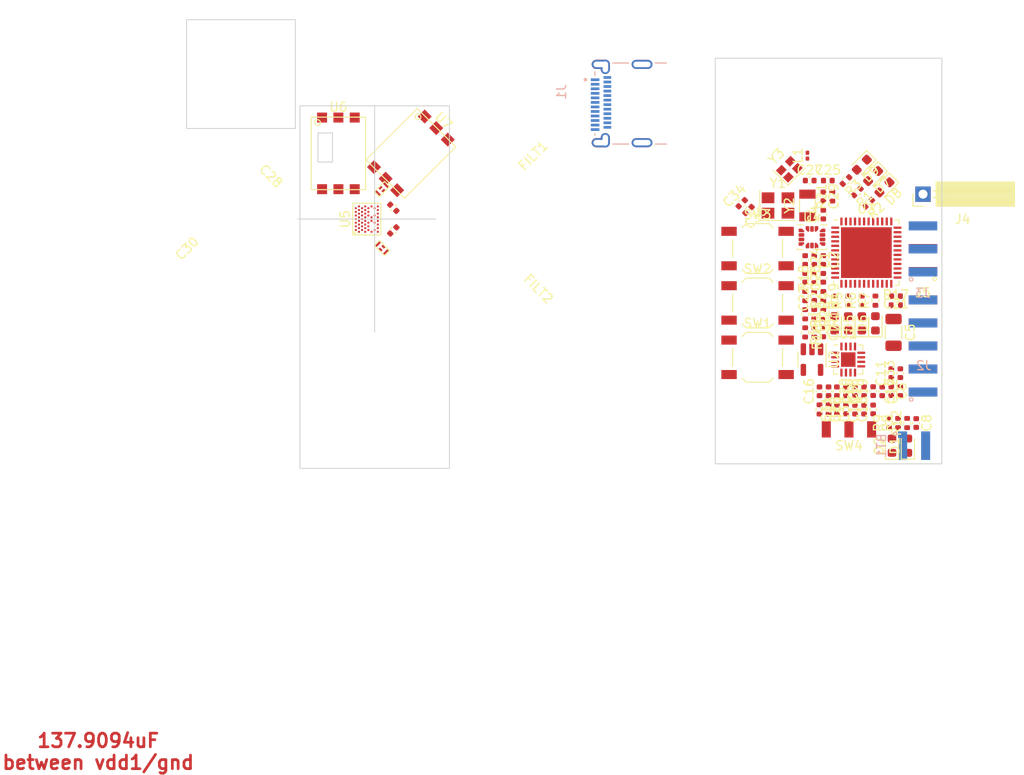
<source format=kicad_pcb>
(kicad_pcb (version 20211014) (generator pcbnew)
  (title_block (comment 1 "TODO - Verify Pinout of ICM"))
  (layers (0 "F.Cu" signal) (1 "In1.Cu" signal) (2 "In2.Cu" signal) (3 "In3.Cu" signal) (4 "In4.Cu" signal) (31 "B.Cu" signal) (34 "B.Paste" user) (35 "F.Paste" user) (36 "B.SilkS" user "B.Silkscreen") (37 "F.SilkS" user "F.Silkscreen") (38 "B.Mask" user) (39 "F.Mask" user) (44 "Edge.Cuts" user))
  (net 0 "")
  (net 1 "/BAT")
  (net 2 "Earth")
  (net 3 "HSE1")
  (net 4 "HSE2")
  (net 5 "LSE1")
  (net 6 "LSE2")
  (net 7 "Net-(C7-Pad1)")
  (net 8 "+5V")
  (net 9 "Net-(C21-Pad1)")
  (net 10 "NRST")
  (net 11 "BOOT0")
  (net 12 "PA0")
  (net 13 "/CHG")
  (net 14 "/CLED")
  (net 15 "/PWR")
  (net 16 "/PLED")
  (net 17 "Diag 1")
  (net 18 "/Dig1LED")
  (net 19 "Diag 2")
  (net 20 "/Dig2LED")
  (net 21 "/Dig3LED")
  (net 22 "Diag 4")
  (net 23 "/Dig4LED")
  (net 24 "VDD1")
  (net 25 "/RxLED")
  (net 26 "GPIO3")
  (net 27 "/TxLED")
  (net 28 "GPIO2")
  (net 29 "/RxokLED")
  (net 30 "GPIO0")
  (net 31 "WAKE DW")
  (net 32 "RSTn DW")
  (net 33 "UN DW")
  (net 34 "Net-(U5-PadA4)")
  (net 35 "GPIO6")
  (net 36 "Net-(U5-PadC14)")
  (net 37 "GPIO5")
  (net 38 "SS DW")
  (net 39 "MOSI DW")
  (net 40 "MISO DW")
  (net 41 "SCLK DW")
  (net 42 "IRQ DW")
  (net 43 "/CC1")
  (net 44 "D+")
  (net 45 "D-")
  (net 46 "/CC2")
  (net 47 "Net-(J1-PadS1)")
  (net 48 "JTMS{slash}SWDIO")
  (net 49 "JTCK{slash}SWCLK")
  (net 50 "JTDO{slash}SWO")
  (net 51 "JTRST")
  (net 52 "JTDI")
  (net 53 "USART TX")
  (net 54 "USART RX")
  (net 55 "USART CLK")
  (net 56 "Diag 3{slash}BOOT1")
  (net 57 "/ISET")
  (net 58 "/ILIM")
  (net 59 "ManBat")
  (net 60 "BatMan")
  (net 61 "/TS")
  (net 62 "/TMR")
  (net 63 "EN2BQ")
  (net 64 "EN1BQ")
  (net 66 "I1ICM")
  (net 67 "I2ICM")
  (net 68 "SS IC")
  (net 69 "SCLK IC")
  (net 70 "MISO IC")
  (net 71 "MOSI IC")
  (net 72 "GPIO1")
  (net 73 "GPIO4")
  (net 74 "Net-(U5-PadF15)")
  (net 75 "XTO")
  (net 76 "Net-(U5-PadH5)")
  (net 78 "Net-(U5-PadH11)")
  (net 79 "XTI")
  (net 80 "Net-(C28-Pad1)")
  (net 81 "Net-(C30-Pad1)")
  (net 82 "Net-(FILT1-Pad3)")
  (net 83 "Net-(FILT2-Pad3)")
  (footprint "Capacitor_SMD:C_0402_1005Metric" (layer "F.Cu") (at 223.25 91.48 90)
    (fp_text reference "C19" (at 0 -1.16 90) (layer "F.SilkS"))
    (fp_text value "2.2u")
    (pad "1" smd roundrect (at -0.48 0 90) (size 0.56 0.62) (layers "F.Cu" "F.Paste" "F.Mask") (net 2 "Earth"))
    (pad "2" smd roundrect (at 0.48 0 90) (size 0.56 0.62) (layers "F.Cu" "F.Paste" "F.Mask") (net 24 "VDD1"))
  )
  (footprint "Capacitor_SMD:C_0402_1005Metric" (layer "F.Cu") (at 217.75 70 -90)
    (fp_text reference "C29" (at 0 -1.16 90) (layer "F.SilkS"))
    (fp_text value "0.22nF")
    (pad "1" smd roundrect (at -0.48 0 270) (size 0.56 0.62) (layers "F.Cu" "F.Paste" "F.Mask") (net 36 "Net-(U5-PadC14)"))
    (pad "2" smd roundrect (at 0.48 0 270) (size 0.56 0.62) (layers "F.Cu" "F.Paste" "F.Mask") (net 2 "Earth"))
  )
  (footprint "Capacitor_SMD:C_0402_1005Metric" (layer "F.Cu") (at 222.25 93.52 90)
    (fp_text reference "C10" (at 0 -1.16 90) (layer "F.SilkS"))
    (fp_text value "2.2u")
    (pad "1" smd roundrect (at -0.48 0 90) (size 0.56 0.62) (layers "F.Cu" "F.Paste" "F.Mask") (net 24 "VDD1"))
    (pad "2" smd roundrect (at 0.48 0 90) (size 0.56 0.62) (layers "F.Cu" "F.Paste" "F.Mask") (net 2 "Earth"))
  )
  (footprint "Capacitor_SMD:C_0402_1005Metric" (layer "F.Cu") (at 217.75 77.02 -90)
    (fp_text reference "C2" (at 0 -1.16 90) (layer "F.SilkS"))
    (fp_text value "18p")
    (pad "1" smd roundrect (at -0.48 0 270) (size 0.56 0.62) (layers "F.Cu" "F.Paste" "F.Mask") (net 4 "HSE2"))
    (pad "2" smd roundrect (at 0.48 0 270) (size 0.56 0.62) (layers "F.Cu" "F.Paste" "F.Mask") (net 2 "Earth"))
  )
  (footprint "zcustLibrary:MK-12C01N-G1.5" (layer "F.Cu") (at 220.58 98)
    (fp_text reference "SW4" (at 0 -0.5 unlocked) (layer "F.SilkS"))
    (fp_text value "SW_SPDT")
    (pad "" np_thru_hole circle (at 1.5 0) (size 0.001 0.001) (drill 0.8) (layers F&B.Cu *.Mask))
    (pad "" np_thru_hole circle (at -1.5 0) (size 0.001 0.001) (drill 0.8) (layers F&B.Cu *.Mask))
    (pad "1" smd rect (at 2.5 -2.3) (size 1 1.8) (layers "F.Cu" "F.Paste" "F.Mask") (net 1 "/BAT"))
    (pad "2" smd rect (at 0 -2.3) (size 1 1.8) (layers "F.Cu" "F.Paste" "F.Mask" "Dwgs.User") (net 60 "BatMan"))
    (pad "3" smd rect (at -2.5 -2.3) (size 1 1.8) (layers "F.Cu" "F.Mask"))
  )
  (footprint "Capacitor_SMD:C_0402_1005Metric" (layer "F.Cu") (at 225.25 91.48 -90)
    (fp_text reference "C6" (at 0 -1.16 90) (layer "F.SilkS"))
    (fp_text value "2.2u")
    (pad "1" smd roundrect (at -0.48 0 270) (size 0.56 0.62) (layers "F.Cu" "F.Paste" "F.Mask") (net 24 "VDD1"))
    (pad "2" smd roundrect (at 0.48 0 270) (size 0.56 0.62) (layers "F.Cu" "F.Paste" "F.Mask") (net 2 "Earth"))
  )
  (footprint "LED_SMD:LED_0603_1608Metric" (layer "F.Cu") (at 223.25 67.75 -135)
    (fp_text reference "D7" (at 0 -1.43 45) (layer "F.SilkS"))
    (fp_text value "LED")
    (pad "1" smd roundrect (at -0.7875 0 225) (size 0.875 0.95) (layers "F.Cu" "F.Paste" "F.Mask") (net 26 "GPIO3"))
    (pad "2" smd roundrect (at 0.7875 0 225) (size 0.875 0.95) (layers "F.Cu" "F.Paste" "F.Mask") (net 25 "/RxLED"))
  )
  (footprint "Resistor_SMD:R_0402_1005Metric" (layer "F.Cu") (at 222 81.5 90)
    (fp_text reference "R6" (at 0 -1.17 90) (layer "F.SilkS"))
    (fp_text value "1k")
    (pad "1" smd roundrect (at -0.51 0 90) (size 0.54 0.64) (layers "F.Cu" "F.Paste" "F.Mask") (net 21 "/Dig3LED"))
    (pad "2" smd roundrect (at 0.51 0 90) (size 0.54 0.64) (layers "F.Cu" "F.Paste" "F.Mask") (net 56 "Diag 3{slash}BOOT1"))
  )
  (footprint "Resistor_SMD:R_0402_1005Metric" (layer "F.Cu") (at 215.75 81 -90)
    (fp_text reference "R20" (at 0 -1.17 90) (layer "F.SilkS"))
    (fp_text value "10K")
    (pad "1" smd roundrect (at -0.51 0 270) (size 0.54 0.64) (layers "F.Cu" "F.Paste" "F.Mask") (net 61 "/TS"))
    (pad "2" smd roundrect (at 0.51 0 270) (size 0.54 0.64) (layers "F.Cu" "F.Paste" "F.Mask") (net 2 "Earth"))
  )
  (footprint "Capacitor_SMD:C_0402_1005Metric" (layer "F.Cu") (at 216.75 77.02 -90)
    (fp_text reference "C1" (at 0 -1.16 90) (layer "F.SilkS"))
    (fp_text value "18p")
    (pad "1" smd roundrect (at -0.48 0 270) (size 0.56 0.62) (layers "F.Cu" "F.Paste" "F.Mask") (net 3 "HSE1"))
    (pad "2" smd roundrect (at 0.48 0 270) (size 0.56 0.62) (layers "F.Cu" "F.Paste" "F.Mask") (net 2 "Earth"))
  )
  (footprint "Resistor_SMD:R_0402_1005Metric" (layer "F.Cu") (at 227 95 90)
    (fp_text reference "R12" (at 0 -1.17 90) (layer "F.SilkS"))
    (fp_text value "1k")
    (pad "1" smd roundrect (at -0.51 0 90) (size 0.54 0.64) (layers "F.Cu" "F.Paste" "F.Mask") (net 47 "Net-(J1-PadS1)"))
    (pad "2" smd roundrect (at 0.51 0 90) (size 0.54 0.64) (layers "F.Cu" "F.Paste" "F.Mask") (net 2 "Earth"))
  )
  (footprint "Filter:ABSGS4C6-CDGM3B8M" (layer "F.Cu") (at 169.057 69.2 45)
    (fp_text reference "FILT1" (at 14.401082 9.192388 45 unlocked) (layer "F.SilkS"))
    (fp_text value "ABSGS4C6-CDGM3B8M")
    (pad "1" smd rect (at -0.6125 0 45) (size 0.225 0.65) (layers "F.Cu" "F.Paste" "F.Mask") (net 80 "Net-(C28-Pad1)"))
    (pad "2" smd rect (at 0 0.215 45) (size 0.4 0.22) (layers "F.Cu" "F.Paste" "F.Mask") (net 2 "Earth"))
    (pad "3" smd rect (at 0.6125 0 45) (size 0.225 0.65) (layers "F.Cu" "F.Paste" "F.Mask") (net 82 "Net-(FILT1-Pad3)"))
    (pad "4" smd rect (at 0 -0.215 45) (size 0.4 0.22) (layers "F.Cu" "F.Paste" "F.Mask") (net 2 "Earth"))
  )
  (footprint "Button_Switch_SMD:SW_SPST_TL3342" (layer "F.Cu") (at 210.5 75.75)
    (fp_text reference "SW3" (at 0 -3.75) (layer "F.SilkS"))
    (fp_text value "SW_Push")
    (pad "1" smd rect (at 3.15 -1.9) (size 1.7 1) (layers "F.Cu" "F.Paste" "F.Mask") (net 2 "Earth"))
    (pad "1" smd rect (at -3.15 -1.9) (size 1.7 1) (layers "F.Cu" "F.Paste" "F.Mask") (net 2 "Earth"))
    (pad "2" smd rect (at -3.15 1.9) (size 1.7 1) (layers "F.Cu" "F.Paste" "F.Mask") (net 12 "PA0"))
    (pad "2" smd rect (at 3.15 1.9) (size 1.7 1) (layers "F.Cu" "F.Paste" "F.Mask") (net 12 "PA0"))
  )
  (footprint "Capacitor_SMD:C_0402_1005Metric" (layer "F.Cu") (at 208.75 70.75 45)
    (fp_text reference "C34" (at 0 -1.16 45) (layer "F.SilkS"))
    (fp_text value "3.3pF")
    (pad "1" smd roundrect (at -0.48 0 45) (size 0.56 0.62) (layers "F.Cu" "F.Paste" "F.Mask") (net 2 "Earth"))
    (pad "2" smd roundrect (at 0.48 0 45) (size 0.56 0.62) (layers "F.Cu" "F.Paste" "F.Mask") (net 75 "XTO"))
  )
  (footprint "Package_DFN_QFN:QFN-48-1EP_7x7mm_P0.5mm_EP5.6x5.6mm" (layer "F.Cu") (at 222.5 76.2)
    (fp_text reference "U3" (at 0 -4.82) (layer "F.SilkS"))
    (fp_text value "STM32F411CEUx")
    (pad "1" smd roundrect (at -3.4375 -2.75) (size 0.875 0.25) (layers "F.Cu" "F.Paste" "F.Mask") (net 24 "VDD1"))
    (pad "2" smd roundrect (at -3.4375 -2.25) (size 0.875 0.25) (layers "F.Cu" "F.Paste" "F.Mask") (net 63 "EN2BQ"))
    (pad "3" smd roundrect (at -3.4375 -1.75) (size 0.875 0.25) (layers "F.Cu" "F.Paste" "F.Mask") (net 5 "LSE1"))
    (pad "4" smd roundrect (at -3.4375 -1.25) (size 0.875 0.25) (layers "F.Cu" "F.Paste" "F.Mask") (net 6 "LSE2"))
    (pad "5" smd roundrect (at -3.4375 -0.75) (size 0.875 0.25) (layers "F.Cu" "F.Paste" "F.Mask") (net 3 "HSE1"))
    (pad "6" smd roundrect (at -3.4375 -0.25) (size 0.875 0.25) (layers "F.Cu" "F.Paste" "F.Mask") (net 4 "HSE2"))
    (pad "7" smd roundrect (at -3.4375 0.25) (size 0.875 0.25) (layers "F.Cu" "F.Paste" "F.Mask") (net 10 "NRST"))
    (pad "8" smd roundrect (at -3.4375 0.75) (size 0.875 0.25) (layers "F.Cu" "F.Paste" "F.Mask") (net 2 "Earth"))
    (pad "9" smd roundrect (at -3.4375 1.25) (size 0.875 0.25) (layers "F.Cu" "F.Paste" "F.Mask") (net 24 "VDD1"))
    (pad "10" smd roundrect (at -3.4375 1.75) (size 0.875 0.25) (layers "F.Cu" "F.Paste" "F.Mask") (net 12 "PA0"))
    (pad "11" smd roundrect (at -3.4375 2.25) (size 0.875 0.25) (layers "F.Cu" "F.Paste" "F.Mask") (net 66 "I1ICM"))
    (pad "12" smd roundrect (at -3.4375 2.75) (size 0.875 0.25) (layers "F.Cu" "F.Paste" "F.Mask") (net 67 "I2ICM"))
    (pad "13" smd roundrect (at -2.75 3.4375) (size 0.25 0.875) (layers "F.Cu" "F.Paste" "F.Mask") (net 59 "ManBat"))
    (pad "14" smd roundrect (at -2.25 3.4375) (size 0.25 0.875) (layers "F.Cu" "F.Paste" "F.Mask") (net 68 "SS IC"))
    (pad "15" smd roundrect (at -1.75 3.4375) (size 0.25 0.875) (layers "F.Cu" "F.Paste" "F.Mask") (net 69 "SCLK IC"))
    (pad "16" smd roundrect (at -1.25 3.4375) (size 0.25 0.875) (layers "F.Cu" "F.Paste" "F.Mask") (net 70 "MISO IC"))
    (pad "17" smd roundrect (at -0.75 3.4375) (size 0.25 0.875) (layers "F.Cu" "F.Paste" "F.Mask") (net 71 "MOSI IC"))
    (pad "18" smd roundrect (at -0.25 3.4375) (size 0.25 0.875) (layers "F.Cu" "F.Paste" "F.Mask") (net 17 "Diag 1"))
    (pad "19" smd roundrect (at 0.25 3.4375) (size 0.25 0.875) (layers "F.Cu" "F.Paste" "F.Mask") (net 19 "Diag 2"))
    (pad "20" smd roundrect (at 0.75 3.4375) (size 0.25 0.875) (layers "F.Cu" "F.Paste" "F.Mask") (net 56 "Diag 3{slash}BOOT1"))
    (pad "21" smd roundrect (at 1.25 3.4375) (size 0.25 0.875) (layers "F.Cu" "F.Paste" "F.Mask") (net 22 "Diag 4"))
    (pad "22" smd roundrect (at 1.75 3.4375) (size 0.25 0.875) (layers "F.Cu" "F.Paste" "F.Mask") (net 9 "Net-(C21-Pad1)"))
    (pad "23" smd roundrect (at 2.25 3.4375) (size 0.25 0.875) (layers "F.Cu" "F.Paste" "F.Mask") (net 2 "Earth"))
    (pad "24" smd roundrect (at 2.75 3.4375) (size 0.25 0.875) (layers "F.Cu" "F.Paste" "F.Mask") (net 24 "VDD1"))
    (pad "25" smd roundrect (at 3.4375 2.75) (size 0.875 0.25) (layers "F.Cu" "F.Paste" "F.Mask") (net 38 "SS DW"))
    (pad "26" smd roundrect (at 3.4375 2.25) (size 0.875 0.25) (layers "F.Cu" "F.Paste" "F.Mask") (net 41 "SCLK DW"))
    (pad "27" smd roundrect (at 3.4375 1.75) (size 0.875 0.25) (layers "F.Cu" "F.Paste" "F.Mask") (net 40 "MISO DW"))
    (pad "28" smd roundrect (at 3.4375 1.25) (size 0.875 0.25) (layers "F.Cu" "F.Paste" "F.Mask") (net 39 "MOSI DW"))
    (pad "29" smd roundrect (at 3.4375 0.75) (size 0.875 0.25) (layers "F.Cu" "F.Paste" "F.Mask") (net 55 "USART CLK"))
    (pad "30" smd roundrect (at 3.4375 0.25) (size 0.875 0.25) (layers "F.Cu" "F.Paste" "F.Mask") (net 53 "USART TX"))
    (pad "31" smd roundrect (at 3.4375 -0.25) (size 0.875 0.25) (layers "F.Cu" "F.Paste" "F.Mask") (net 54 "USART RX"))
    (pad "32" smd roundrect (at 3.4375 -0.75) (size 0.875 0.25) (layers "F.Cu" "F.Paste" "F.Mask") (net 45 "D-"))
    (pad "33" smd roundrect (at 3.4375 -1.25) (size 0.875 0.25) (layers "F.Cu" "F.Paste" "F.Mask") (net 44 "D+"))
    (pad "34" smd roundrect (at 3.4375 -1.75) (size 0.875 0.25) (layers "F.Cu" "F.Paste" "F.Mask") (net 48 "JTMS{slash}SWDIO"))
    (pad "35" smd roundrect (at 3.4375 -2.25) (size 0.875 0.25) (layers "F.Cu" "F.Paste" "F.Mask") (net 2 "Earth"))
    (pad "36" smd roundrect (at 3.4375 -2.75) (size 0.875 0.25) (layers "F.Cu" "F.Paste" "F.Mask") (net 24 "VDD1"))
    (pad "37" smd roundrect (at 2.75 -3.4375) (size 0.25 0.875) (layers "F.Cu" "F.Paste" "F.Mask") (net 49 "JTCK{slash}SWCLK"))
    (pad "38" smd roundrect (at 2.25 -3.4375) (size 0.25 0.875) (layers "F.Cu" "F.Paste" "F.Mask") (net 52 "JTDI"))
    (pad "39" smd roundrect (at 1.75 -3.4375) (size 0.25 0.875) (layers "F.Cu" "F.Paste" "F.Mask") (net 50 "JTDO{slash}SWO"))
    (pad "40" smd roundrect (at 1.25 -3.4375) (size 0.25 0.875) (layers "F.Cu" "F.Paste" "F.Mask") (net 51 "JTRST"))
    (pad "41" smd roundrect (at 0.75 -3.4375) (size 0.25 0.875) (layers "F.Cu" "F.Paste" "F.Mask") (net 33 "UN DW"))
    (pad "42" smd roundrect (at 0.25 -3.4375) (size 0.25 0.875) (layers "F.Cu" "F.Paste" "F.Mask") (net 31 "WAKE DW"))
    (pad "43" smd roundrect (at -0.25 -3.4375) (size 0.25 0.875) (layers "F.Cu" "F.Paste" "F.Mask") (net 32 "RSTn DW"))
    (pad "44" smd roundrect (at -0.75 -3.4375) (size 0.25 0.875) (layers "F.Cu" "F.Paste" "F.Mask") (net 11 "BOOT0"))
    (pad "45" smd roundrect (at -1.25 -3.4375) (size 0.25 0.875) (layers "F.Cu" "F.Paste" "F.Mask") (net 42 "IRQ DW"))
    (pad "46" smd roundrect (at -1.75 -3.4375) (size 0.25 0.875) (layers "F.Cu" "F.Paste" "F.Mask") (net 64 "EN1BQ"))
    (pad "47" smd roundrect (at -2.25 -3.4375) (size 0.25 0.875) (layers "F.Cu" "F.Paste" "F.Mask") (net 2 "Earth"))
    (pad "48" smd roundrect (at -2.75 -3.4375) (size 0.25 0.875) (layers "F.Cu" "F.Paste" "F.Mask") (net 24 "VDD1"))
    (pad "49" smd rect (at 0 0) (size 5.6 5.6) (layers "F.Cu" "F.Mask") (net 2 "Earth"))
  )
  (footprint "Capacitor_SMD:C_0402_1005Metric" (layer "F.Cu") (at 170.307 73.75 45)
    (fp_text reference "C30" (at -17.500893 -14.672466 45) (layer "F.SilkS"))
    (fp_text value "2.0pF")
    (pad "1" smd roundrect (at -0.48 0 45) (size 0.56 0.62) (layers "F.Cu" "F.Paste" "F.Mask") (net 81 "Net-(C30-Pad1)"))
    (pad "2" smd roundrect (at 0.48 0 45) (size 0.56 0.62) (layers "F.Cu" "F.Paste" "F.Mask") (net 76 "Net-(U5-PadH5)"))
  )
  (footprint "Resistor_SMD:R_0402_1005Metric" (layer "F.Cu") (at 225.75 82)
    (fp_text reference "R17" (at 0 -1.17) (layer "F.SilkS"))
    (fp_text value "10K")
    (pad "1" smd roundrect (at -0.51 0) (size 0.54 0.64) (layers "F.Cu" "F.Paste" "F.Mask") (net 56 "Diag 3{slash}BOOT1"))
    (pad "2" smd roundrect (at 0.51 0) (size 0.54 0.64) (layers "F.Cu" "F.Paste" "F.Mask") (net 2 "Earth"))
  )
  (footprint "Capacitor_SMD:C_0402_1005Metric" (layer "F.Cu") (at 226.25 91.5 90)
    (fp_text reference "C17" (at 0 -1.16 90) (layer "F.SilkS"))
    (fp_text value "2.2u")
    (pad "1" smd roundrect (at -0.48 0 90) (size 0.56 0.62) (layers "F.Cu" "F.Paste" "F.Mask") (net 2 "Earth"))
    (pad "2" smd roundrect (at 0.48 0 90) (size 0.56 0.62) (layers "F.Cu" "F.Paste" "F.Mask") (net 24 "VDD1"))
  )
  (footprint "Package_DFN_QFN:VQFN-16-1EP_3x3mm_P0.5mm_EP1.6x1.6mm" (layer "F.Cu") (at 220.5 88)
    (fp_text reference "U1" (at 0 -2.82) (layer "F.SilkS"))
    (fp_text value "BQ24073RGT")
    (pad "1" smd roundrect (at -1.4375 -0.75) (size 0.875 0.25) (layers "F.Cu" "F.Paste" "F.Mask") (net 61 "/TS"))
    (pad "2" smd roundrect (at -1.4375 -0.25) (size 0.875 0.25) (layers "F.Cu" "F.Paste" "F.Mask") (net 60 "BatMan"))
    (pad "3" smd roundrect (at -1.4375 0.25) (size 0.875 0.25) (layers "F.Cu" "F.Paste" "F.Mask") (net 60 "BatMan"))
    (pad "4" smd roundrect (at -1.4375 0.75) (size 0.875 0.25) (layers "F.Cu" "F.Paste" "F.Mask") (net 2 "Earth"))
    (pad "5" smd roundrect (at -0.75 1.4375) (size 0.25 0.875) (layers "F.Cu" "F.Paste" "F.Mask") (net 63 "EN2BQ"))
    (pad "6" smd roundrect (at -0.25 1.4375) (size 0.25 0.875) (layers "F.Cu" "F.Paste" "F.Mask") (net 64 "EN1BQ"))
    (pad "7" smd roundrect (at 0.25 1.4375) (size 0.25 0.875) (layers "F.Cu" "F.Paste" "F.Mask") (net 15 "/PWR"))
    (pad "8" smd roundrect (at 0.75 1.4375) (size 0.25 0.875) (layers "F.Cu" "F.Paste" "F.Mask") (net 2 "Earth"))
    (pad "9" smd roundrect (at 1.4375 0.75) (size 0.875 0.25) (layers "F.Cu" "F.Paste" "F.Mask") (net 13 "/CHG"))
    (pad "10" smd roundrect (at 1.4375 0.25) (size 0.875 0.25) (layers "F.Cu" "F.Paste" "F.Mask") (net 7 "Net-(C7-Pad1)"))
    (pad "11" smd roundrect (at 1.4375 -0.25) (size 0.875 0.25) (layers "F.Cu" "F.Paste" "F.Mask") (net 7 "Net-(C7-Pad1)"))
    (pad "12" smd roundrect (at 1.4375 -0.75) (size 0.875 0.25) (layers "F.Cu" "F.Paste" "F.Mask") (net 58 "/ILIM"))
    (pad "13" smd roundrect (at 0.75 -1.4375) (size 0.25 0.875) (layers "F.Cu" "F.Paste" "F.Mask") (net 8 "+5V"))
    (pad "14" smd roundrect (at 0.25 -1.4375) (size 0.25 0.875) (layers "F.Cu" "F.Paste" "F.Mask") (net 62 "/TMR"))
    (pad "15" smd roundrect (at -0.25 -1.4375) (size 0.25 0.875) (layers "F.Cu" "F.Paste" "F.Mask") (net 2 "Earth"))
    (pad "16" smd roundrect (at -0.75 -1.4375) (size 0.25 0.875) (layers "F.Cu" "F.Paste" "F.Mask") (net 57 "/ISET"))
    (pad "17" smd rect (at 0 0) (size 1.6 1.6) (layers "F.Cu" "F.Mask") (net 2 "Earth"))
  )
  (footprint "Capacitor_SMD:C_0402_1005Metric" (layer "F.Cu") (at 225.77 81)
    (fp_text reference "C21" (at 0 0.84) (layer "F.SilkS"))
    (fp_text value "2.2u")
    (pad "1" smd roundrect (at -0.48 0) (size 0.56 0.62) (layers "F.Cu" "F.Paste" "F.Mask") (net 9 "Net-(C21-Pad1)"))
    (pad "2" smd roundrect (at 0.48 0) (size 0.56 0.62) (layers "F.Cu" "F.Paste" "F.Mask") (net 2 "Earth"))
  )
  (footprint "LED_SMD:LED_0603_1608Metric" (layer "F.Cu") (at 225.33 97.5 90)
    (fp_text reference "D2" (at 0 -1.43 90) (layer "F.SilkS"))
    (fp_text value "LED")
    (pad "1" smd roundrect (at -0.7875 0 90) (size 0.875 0.95) (layers "F.Cu" "F.Paste" "F.Mask") (net 15 "/PWR"))
    (pad "2" smd roundrect (at 0.7875 0 90) (size 0.875 0.95) (layers "F.Cu" "F.Paste" "F.Mask") (net 16 "/PLED"))
  )
  (footprint "Capacitor_SMD:C_0402_1005Metric" (layer "F.Cu") (at 217.75 85 -90)
    (fp_text reference "C7" (at 0 -1.16 90) (layer "F.SilkS"))
    (fp_text value "2.2u")
    (pad "1" smd roundrect (at -0.48 0 270) (size 0.56 0.62) (layers "F.Cu" "F.Paste" "F.Mask") (net 7 "Net-(C7-Pad1)"))
    (pad "2" smd roundrect (at 0.48 0 270) (size 0.56 0.62) (layers "F.Cu" "F.Paste" "F.Mask") (net 2 "Earth"))
  )
  (footprint "Inductor_SMD:L_0201_0603Metric" (layer "F.Cu") (at 216 65.5 90)
    (fp_text reference "L1" (at 0 -1.05 90) (layer "F.SilkS"))
    (fp_text value "INDUCTOR")
    (pad "1" smd roundrect (at -0.32 0 90) (size 0.46 0.4) (layers "F.Cu" "F.Mask") (net 24 "VDD1"))
    (pad "2" smd roundrect (at 0.32 0 90) (size 0.46 0.4) (layers "F.Cu" "F.Mask") (net 74 "Net-(U5-PadF15)"))
  )
  (footprint "Capacitor_SMD:C_0402_1005Metric" (layer "F.Cu") (at 225.25 89.5 90)
    (fp_text reference "C11" (at 0 -1.16 90) (layer "F.SilkS"))
    (fp_text value "2.2u")
    (pad "1" smd roundrect (at -0.48 0 90) (size 0.56 0.62) (layers "F.Cu" "F.Paste" "F.Mask") (net 24 "VDD1"))
    (pad "2" smd roundrect (at 0.48 0 90) (size 0.56 0.62) (layers "F.Cu" "F.Paste" "F.Mask") (net 2 "Earth"))
  )
  (footprint "Crystal:Crystal_SMD_3225-4Pin_3.2x2.5mm" (layer "F.Cu") (at 212.75 71)
    (fp_text reference "Y1" (at 0 -2.45) (layer "F.SilkS"))
    (fp_text value "25MHz")
    (pad "1" smd rect (at -1.1 0.85) (size 1.4 1.2) (layers "F.Cu" "F.Paste" "F.Mask") (net 4 "HSE2"))
    (pad "2" smd rect (at 1.1 0.85) (size 1.4 1.2) (layers "F.Cu" "F.Paste" "F.Mask") (net 2 "Earth"))
    (pad "3" smd rect (at 1.1 -0.85) (size 1.4 1.2) (layers "F.Cu" "F.Paste" "F.Mask") (net 3 "HSE1"))
    (pad "4" smd rect (at -1.1 -0.85) (size 1.4 1.2) (layers "F.Cu" "F.Paste" "F.Mask") (net 2 "Earth"))
  )
  (footprint "Button_Switch_SMD:SW_SPST_TL3342" (layer "F.Cu") (at 210.5 81.75)
    (fp_text reference "SW2" (at 0 -3.75) (layer "F.SilkS"))
    (fp_text value "SW_Push")
    (pad "1" smd rect (at 3.15 -1.9) (size 1.7 1) (layers "F.Cu" "F.Paste" "F.Mask") (net 24 "VDD1"))
    (pad "1" smd rect (at -3.15 -1.9) (size 1.7 1) (layers "F.Cu" "F.Paste" "F.Mask") (net 24 "VDD1"))
    (pad "2" smd rect (at 3.15 1.9) (size 1.7 1) (layers "F.Cu" "F.Paste" "F.Mask") (net 11 "BOOT0"))
    (pad "2" smd rect (at -3.15 1.9) (size 1.7 1) (layers "F.Cu" "F.Paste" "F.Mask") (net 11 "BOOT0"))
  )
  (footprint "Capacitor_SMD:C_0402_1005Metric" (layer "F.Cu") (at 217.75 72 90)
    (fp_text reference "C4" (at 0 -1.16 90) (layer "F.SilkS"))
    (fp_text value "20p")
    (pad "1" smd roundrect (at -0.48 0 90) (size 0.56 0.62) (layers "F.Cu" "F.Paste" "F.Mask") (net 6 "LSE2"))
    (pad "2" smd roundrect (at 0.48 0 90) (size 0.56 0.62) (layers "F.Cu" "F.Paste" "F.Mask") (net 2 "Earth"))
  )
  (footprint "Resistor_SMD:R_0402_1005Metric" (layer "F.Cu") (at 217.75 81 -90)
    (fp_text reference "R19" (at 0 -1.17 90) (layer "F.SilkS"))
    (fp_text value "10k")
    (pad "1" smd roundrect (at -0.51 0 270) (size 0.54 0.64) (layers "F.Cu" "F.Paste" "F.Mask") (net 10 "NRST"))
    (pad "2" smd roundrect (at 0.51 0 270) (size 0.54 0.64) (layers "F.Cu" "F.Paste" "F.Mask") (net 24 "VDD1"))
  )
  (footprint "Resistor_SMD:R_0402_1005Metric" (layer "F.Cu") (at 217.75 83 -90)
    (fp_text reference "R10" (at 0 -1.17 90) (layer "F.SilkS"))
    (fp_text value "1k")
    (pad "1" smd roundrect (at -0.51 0 270) (size 0.54 0.64) (layers "F.Cu" "F.Paste" "F.Mask") (net 2 "Earth"))
    (pad "2" smd roundrect (at 0.51 0 270) (size 0.54 0.64) (layers "F.Cu" "F.Paste" "F.Mask") (net 57 "/ISET"))
  )
  (footprint "Capacitor_SMD:C_0402_1005Metric" (layer "F.Cu") (at 221.25 91.48 90)
    (fp_text reference "C20" (at 0 -1.16 90) (layer "F.SilkS"))
    (fp_text value "2.2u")
    (pad "1" smd roundrect (at -0.48 0 90) (size 0.56 0.62) (layers "F.Cu" "F.Paste" "F.Mask") (net 2 "Earth"))
    (pad "2" smd roundrect (at 0.48 0 90) (size 0.56 0.62) (layers "F.Cu" "F.Paste" "F.Mask") (net 24 "VDD1"))
  )
  (footprint "Capacitor_SMD:C_0402_1005Metric" (layer "F.Cu") (at 217.33 91.5 90)
    (fp_text reference "C16" (at 0 -1.16 90) (layer "F.SilkS"))
    (fp_text value "2.2u")
    (pad "1" smd roundrect (at -0.48 0 90) (size 0.56 0.62) (layers "F.Cu" "F.Paste" "F.Mask") (net 2 "Earth"))
    (pad "2" smd roundrect (at 0.48 0 90) (size 0.56 0.62) (layers "F.Cu" "F.Paste" "F.Mask") (net 8 "+5V"))
  )
  (footprint "Resistor_SMD:R_0402_1005Metric" (layer "F.Cu") (at 215.75 85 -90)
    (fp_text reference "R15" (at 0 -1.17 90) (layer "F.SilkS"))
    (fp_text value "5.11k")
    (pad "1" smd roundrect (at -0.51 0 270) (size 0.54 0.64) (layers "F.Cu" "F.Paste" "F.Mask") (net 59 "ManBat"))
    (pad "2" smd roundrect (at 0.51 0 270) (size 0.54 0.64) (layers "F.Cu" "F.Paste" "F.Mask") (net 60 "BatMan"))
  )
  (footprint "Resistor_SMD:R_0402_1005Metric" (layer "F.Cu") (at 215.75 83 -90)
    (fp_text reference "R11" (at 0 -1.17 90) (layer "F.SilkS"))
    (fp_text value "1k")
    (pad "1" smd roundrect (at -0.51 0 270) (size 0.54 0.64) (layers "F.Cu" "F.Paste" "F.Mask") (net 2 "Earth"))
    (pad "2" smd roundrect (at 0.51 0 270) (size 0.54 0.64) (layers "F.Cu" "F.Paste" "F.Mask") (net 58 "/ILIM"))
  )
  (footprint "Capacitor_SMD:C_0402_1005Metric" (layer "F.Cu") (at 209.5 71.5 -135)
    (fp_text reference "C35" (at 0 -1.16 45) (layer "F.SilkS"))
    (fp_text value "3.3pF")
    (pad "1" smd roundrect (at -0.48 0 225) (size 0.56 0.62) (layers "F.Cu" "F.Paste" "F.Mask") (net 79 "XTI"))
    (pad "2" smd roundrect (at 0.48 0 225) (size 0.56 0.62) (layers "F.Cu" "F.Paste" "F.Mask") (net 2 "Earth"))
  )
  (footprint "Package_LGA:LGA-14_3x2.5mm_P0.5mm_LayoutBorder3x4y" (layer "F.Cu") (at 216.5 74.5)
    (fp_text reference "U4" (at 0 -2.2) (layer "F.SilkS"))
    (fp_text value "ICM-42688-P")
    (pad "1" smd custom (at -1.1625 -0.75) (size 0.223223 0.223223) (layers "F.Cu" "F.Paste" "F.Mask") (net 70 "MISO IC") (options (clearance outline) (anchor circle)) (primitives (gr_poly (pts (xy 0.2375 0.081066) (xy 0.2375 0.125) (xy -0.2375 0.125) (xy -0.2375 -0.125) (xy 0.031434 -0.125)) (width 0.15) (fill yes))))
    (pad "2" smd roundrect (at -1.1625 -0.25) (size 0.625 0.4) (layers "F.Cu" "F.Paste" "F.Mask") (net 2 "Earth"))
    (pad "3" smd roundrect (at -1.1625 0.25) (size 0.625 0.4) (layers "F.Cu" "F.Paste" "F.Mask") (net 2 "Earth"))
    (pad "4" smd custom (at -1.1625 0.75) (size 0.223223 0.223223) (layers "F.Cu" "F.Paste" "F.Mask") (net 66 "I1ICM") (options (clearance outline) (anchor circle)) (primitives (gr_poly (pts (xy 0.2375 -0.081066) (xy 0.031434 0.125) (xy -0.2375 0.125) (xy -0.2375 -0.125) (xy 0.2375 -0.125)) (width 0.15) (fill yes))))
    (pad "5" smd custom (at -0.5 0.9125) (size 0.223223 0.223223) (layers "F.Cu" "F.Paste" "F.Mask") (net 24 "VDD1") (options (clearance outline) (anchor circle)) (primitives (gr_poly (pts (xy 0.125 0.2375) (xy -0.125 0.2375) (xy -0.125 -0.031434) (xy 0.081066 -0.2375) (xy 0.125 -0.2375)) (width 0.15) (fill yes))))
    (pad "6" smd roundrect (at 0 0.9125) (size 0.4 0.625) (layers "F.Cu" "F.Paste" "F.Mask") (net 2 "Earth"))
    (pad "7" smd custom (at 0.5 0.9125) (size 0.223223 0.223223) (layers "F.Cu" "F.Paste" "F.Mask") (net 2 "Earth") (options (clearance outline) (anchor circle)) (primitives (gr_poly (pts (xy 0.125 -0.031434) (xy 0.125 0.2375) (xy -0.125 0.2375) (xy -0.125 -0.2375) (xy -0.081066 -0.2375)) (width 0.15) (fill yes))))
    (pad "8" smd custom (at 1.1625 0.75) (size 0.223223 0.223223) (layers "F.Cu" "F.Paste" "F.Mask") (net 24 "VDD1") (options (clearance outline) (anchor circle)) (primitives (gr_poly (pts (xy 0.2375 0.125) (xy -0.031434 0.125) (xy -0.2375 -0.081066) (xy -0.2375 -0.125) (xy 0.2375 -0.125)) (width 0.15) (fill yes))))
    (pad "9" smd roundrect (at 1.1625 0.25) (size 0.625 0.4) (layers "F.Cu" "F.Paste" "F.Mask") (net 67 "I2ICM"))
    (pad "10" smd roundrect (at 1.1625 -0.25) (size 0.625 0.4) (layers "F.Cu" "F.Paste" "F.Mask") (net 2 "Earth"))
    (pad "11" smd custom (at 1.1625 -0.75) (size 0.223223 0.223223) (layers "F.Cu" "F.Paste" "F.Mask") (net 2 "Earth") (options (clearance outline) (anchor circle)) (primitives (gr_poly (pts (xy 0.2375 0.125) (xy -0.2375 0.125) (xy -0.2375 0.081066) (xy -0.031434 -0.125) (xy 0.2375 -0.125)) (width 0.15) (fill yes))))
    (pad "12" smd custom (at 0.5 -0.9125) (size 0.223223 0.223223) (layers "F.Cu" "F.Paste" "F.Mask") (net 68 "SS IC") (options (clearance outline) (anchor circle)) (primitives (gr_poly (pts (xy 0.125 0.031434) (xy -0.081066 0.2375) (xy -0.125 0.2375) (xy -0.125 -0.2375) (xy 0.125 -0.2375)) (width 0.15) (fill yes))))
    (pad "13" smd roundrect (at 0 -0.9125) (size 0.4 0.625) (layers "F.Cu" "F.Paste" "F.Mask") (net 69 "SCLK IC"))
    (pad "14" smd custom (at -0.5 -0.9125) (size 0.223223 0.223223) (layers "F.Cu" "F.Paste" "F.Mask") (net 71 "MOSI IC") (options (clearance outline) (anchor circle)) (primitives (gr_poly (pts (xy 0.125 0.2375) (xy 0.081066 0.2375) (xy -0.125 0.031434) (xy -0.125 -0.2375) (xy 0.125 -0.2375)) (width 0.15) (fill yes))))
  )
  (footprint "RF_Antenna:AH086M" (layer "F.Cu") (at 164.25 65.25)
    (fp_text reference "U6" (at 0 -5.1 unlocked) (layer "F.SilkS"))
    (fp_text value "AH086M555003-T")
    (pad "1" smd rect (at 0 3.95) (size 1.1 1.1) (layers "F.Cu" "F.Paste" "F.Mask") (net 82 "Net-(FILT1-Pad3)"))
    (pad "2" smd rect (at 1.8 3.95) (size 1.1 1.1) (layers "F.Cu" "F.Paste" "F.Mask"))
    (pad "3" smd rect (at 1.8 -3.95) (size 1.1 1.1) (layers "F.Cu" "F.Paste" "F.Mask"))
    (pad "4" smd rect (at 0 -3.95) (size 1.1 1.1) (layers "F.Cu" "F.Paste" "F.Mask"))
    (pad "5" smd rect (at -1.8 -3.95) (size 1.1 1.1) (layers "F.Cu" "F.Paste" "F.Mask"))
    (pad "6" smd rect (at -1.8 3.95) (size 1.1 1.1) (layers "F.Cu" "F.Paste" "F.Mask"))
  )
  (footprint "Resistor_SMD:R_0402_1005Metric" (layer "F.Cu") (at 218.75 70 90)
    (fp_text reference "R21" (at 0 -1.17 90) (layer "F.SilkS"))
    (fp_text value "10k")
    (pad "1" smd roundrect (at -0.51 0 90) (size 0.54 0.64) (layers "F.Cu" "F.Paste" "F.Mask") (net 2 "Earth"))
    (pad "2" smd roundrect (at 0.51 0 90) (size 0.54 0.64) (layers "F.Cu" "F.Paste" "F.Mask") (net 42 "IRQ DW"))
  )
  (footprint "Capacitor_SMD:C_0402_1005Metric" (layer "F.Cu") (at 221.25 93.52 90)
    (fp_text reference "C32" (at 0 -1.16 90) (layer "F.SilkS"))
    (fp_text value "0.1uF")
    (pad "1" smd roundrect (at -0.48 0 90) (size 0.56 0.62) (layers "F.Cu" "F.Paste" "F.Mask") (net 24 "VDD1"))
    (pad "2" smd roundrect (at 0.48 0 90) (size 0.56 0.62) (layers "F.Cu" "F.Paste" "F.Mask") (net 2 "Earth"))
  )
  (footprint "Package_TO_SOT_SMD:SOT-23-5" (layer "F.Cu") (at 216.5 88 -90)
    (fp_text reference "U2" (at 0 -2.4 90) (layer "F.SilkS"))
    (fp_text value "AP2112K-3.3")
    (pad "1" smd roundrect (at -1.1375 -0.95 270) (size 1.325 0.6) (layers "F.Cu" "F.Paste" "F.Mask") (net 7 "Net-(C7-Pad1)"))
    (pad "2" smd roundrect (at -1.1375 0 270) (size 1.325 0.6) (layers "F.Cu" "F.Paste" "F.Mask") (net 2 "Earth"))
    (pad "3" smd roundrect (at -1.1375 0.95 270) (size 1.325 0.6) (layers "F.Cu" "F.Paste" "F.Mask") (net 7 "Net-(C7-Pad1)"))
    (pad "4" smd roundrect (at 1.1375 0.95 270) (size 1.325 0.6) (layers "F.Cu" "F.Paste" "F.Mask"))
    (pad "5" smd roundrect (at 1.1375 -0.95 270) (size 1.325 0.6) (layers "F.Cu" "F.Paste" "F.Mask") (net 24 "VDD1"))
  )
  (footprint "Capacitor_SMD:C_0402_1005Metric" (layer "F.Cu") (at 223.25 93.5 90)
    (fp_text reference "C13" (at 0 -1.16 90) (layer "F.SilkS"))
    (fp_text value "0.1uF")
    (pad "1" smd roundrect (at -0.48 0 90) (size 0.56 0.62) (layers "F.Cu" "F.Paste" "F.Mask") (net 24 "VDD1"))
    (pad "2" smd roundrect (at 0.48 0 90) (size 0.56 0.62) (layers "F.Cu" "F.Paste" "F.Mask") (net 2 "Earth"))
  )
  (footprint "Resistor_SMD:R_0402_1005Metric" (layer "F.Cu") (at 216.75 85 90)
    (fp_text reference "R16" (at -0.5 0.33 90) (layer "F.SilkS"))
    (fp_text value "10k")
    (pad "1" smd roundrect (at -0.51 0 90) (size 0.54 0.64) (layers "F.Cu" "F.Paste" "F.Mask") (net 2 "Earth"))
    (pad "2" smd roundrect (at 0.51 0 90) (size 0.54 0.64) (layers "F.Cu" "F.Paste" "F.Mask") (net 59 "ManBat"))
  )
  (footprint "Capacitor_SMD:C_0402_1005Metric" (layer "F.Cu") (at 226.25 89.5 90)
    (fp_text reference "C33" (at 0 -1.16 90) (layer "F.SilkS"))
    (fp_text value "10uF")
    (pad "1" smd roundrect (at -0.48 0 90) (size 0.56 0.62) (layers "F.Cu" "F.Paste" "F.Mask") (net 24 "VDD1"))
    (pad "2" smd roundrect (at 0.48 0 90) (size 0.56 0.62) (layers "F.Cu" "F.Paste" "F.Mask") (net 2 "Earth"))
  )
  (footprint "Capacitor_SMD:C_0402_1005Metric" (layer "F.Cu") (at 217.75 78.98 90)
    (fp_text reference "C3" (at 0 -1.16 90) (layer "F.SilkS"))
    (fp_text value "20p")
    (pad "1" smd roundrect (at -0.48 0 90) (size 0.56 0.62) (layers "F.Cu" "F.Paste" "F.Mask") (net 5 "LSE1"))
    (pad "2" smd roundrect (at 0.48 0 90) (size 0.56 0.62) (layers "F.Cu" "F.Paste" "F.Mask") (net 2 "Earth"))
  )
  (footprint "Resistor_SMD:R_0402_1005Metric" (layer "F.Cu") (at 222.75 70.75 -135)
    (fp_text reference "R2" (at 0 -1.17 45) (layer "F.SilkS"))
    (fp_text value "1k")
    (pad "1" smd roundrect (at -0.51 0 225) (size 0.54 0.64) (layers "F.Cu" "F.Paste" "F.Mask") (net 27 "/TxLED"))
    (pad "2" smd roundrect (at 0.51 0 225) (size 0.54 0.64) (layers "F.Cu" "F.Paste" "F.Mask") (net 24 "VDD1"))
  )
  (footprint "Capacitor_SMD:C_0402_1005Metric" (layer "F.Cu") (at 216.25 68.25)
    (fp_text reference "C27" (at 0 -1.16) (layer "F.SilkS"))
    (fp_text value "4.7nF")
    (pad "1" smd roundrect (at -0.48 0) (size 0.56 0.62) (layers "F.Cu" "F.Paste" "F.Mask") (net 74 "Net-(U5-PadF15)"))
    (pad "2" smd roundrect (at 0.48 0) (size 0.56 0.62) (layers "F.Cu" "F.Paste" "F.Mask") (net 2 "Earth"))
  )
  (footprint "Capacitor_SMD:C_0402_1005Metric" (layer "F.Cu") (at 216.75 81 90)
    (fp_text reference "C22" (at -0.25 -1.16 90) (layer "F.SilkS"))
    (fp_text value "2.2u")
    (pad "1" smd roundrect (at -0.48 0 90) (size 0.56 0.62) (layers "F.Cu" "F.Paste" "F.Mask") (net 2 "Earth"))
    (pad "2" smd roundrect (at 0.48 0 90) (size 0.56 0.62) (layers "F.Cu" "F.Paste" "F.Mask") (net 10 "NRST"))
  )
  (footprint "LED_SMD:LED_0603_1608Metric" (layer "F.Cu") (at 220.5 84 90)
    (fp_text reference "D4" (at 0 -1.43 90) (layer "F.SilkS"))
    (fp_text value "LED")
    (pad "1" smd roundrect (at -0.7875 0 90) (size 0.875 0.95) (layers "F.Cu" "F.Paste" "F.Mask") (net 19 "Diag 2"))
    (pad "2" smd roundrect (at 0.7875 0 90) (size 0.875 0.95) (layers "F.Cu" "F.Paste" "F.Mask") (net 20 "/Dig2LED"))
  )
  (footprint "Resistor_SMD:R_0402_1005Metric" (layer "F.Cu") (at 220.5 81.5 90)
    (fp_text reference "R5" (at 0 -1.17 90) (layer "F.SilkS"))
    (fp_text value "1k")
    (pad "1" smd roundrect (at -0.51 0 90) (size 0.54 0.64) (layers "F.Cu" "F.Paste" "F.Mask") (net 20 "/Dig2LED"))
    (pad "2" smd roundrect (at 0.51 0 90) (size 0.54 0.64) (layers "F.Cu" "F.Paste" "F.Mask") (net 24 "VDD1"))
  )
  (footprint "Crystal:Crystal_SMD_3215-2Pin_3.2x1.5mm" (layer "F.Cu") (at 216 71 90)
    (fp_text reference "Y2" (at 0 -2 90) (layer "F.SilkS"))
    (fp_text value "32.768KHz")
    (pad "1" smd rect (at 1.25 0 90) (size 1 1.8) (layers "F.Cu" "F.Paste" "F.Mask") (net 5 "LSE1"))
    (pad "2" smd rect (at -1.25 0 90) (size 1 1.8) (layers "F.Cu" "F.Paste" "F.Mask") (net 6 "LSE2"))
  )
  (footprint "LED_SMD:LED_0603_1608Metric" (layer "F.Cu") (at 222 66.5 -135)
    (fp_text reference "D9" (at 0 -1.43 45) (layer "F.SilkS"))
    (fp_text value "LED")
    (pad "1" smd roundrect (at -0.7875 0 225) (size 0.875 0.95) (layers "F.Cu" "F.Paste" "F.Mask") (net 30 "GPIO0"))
    (pad "2" smd roundrect (at 0.7875 0 225) (size 0.875 0.95) (layers "F.Cu" "F.Paste" "F.Mask") (net 29 "/RxokLED"))
  )
  (footprint "Capacitor_SMD:C_0402_1005Metric" (layer "F.Cu") (at 220.25 93.5 90)
    (fp_text reference "C26" (at 0 -1.16 90) (layer "F.SilkS"))
    (fp_text value "4.7nF")
    (pad "1" smd roundrect (at -0.48 0 90) (size 0.56 0.62) (layers "F.Cu" "F.Paste" "F.Mask") (net 24 "VDD1"))
    (pad "2" smd roundrect (at 0.48 0 90) (size 0.56 0.62) (layers "F.Cu" "F.Paste" "F.Mask") (net 2 "Earth"))
  )
  (footprint "Resistor_SMD:R_0402_1005Metric" (layer "F.Cu") (at 219 81.5 90)
    (fp_text reference "R4" (at 0 -1.17 90) (layer "F.SilkS"))
    (fp_text value "1k")
    (pad "1" smd roundrect (at -0.51 0 90) (size 0.54 0.64) (layers "F.Cu" "F.Paste" "F.Mask") (net 18 "/Dig1LED"))
    (pad "2" smd roundrect (at 0.51 0 90) (size 0.54 0.64) (layers "F.Cu" "F.Paste" "F.Mask") (net 24 "VDD1"))
  )
  (footprint "Capacitor_SMD:C_0402_1005Metric" (layer "F.Cu") (at 215.75 77.02 -90)
    (fp_text reference "C24" (at 0 -1.16 90) (layer "F.SilkS"))
    (fp_text value "2.2u")
    (pad "1" smd roundrect (at -0.48 0 270) (size 0.56 0.62) (layers "F.Cu" "F.Paste" "F.Mask") (net 12 "PA0"))
    (pad "2" smd roundrect (at 0.48 0 270) (size 0.56 0.62) (layers "F.Cu" "F.Paste" "F.Mask") (net 2 "Earth"))
  )
  (footprint "LED_SMD:LED_0603_1608Metric" (layer "F.Cu") (at 222 84 90)
    (fp_text reference "D5" (at 0 -1.43 90) (layer "F.SilkS"))
    (fp_text value "LED")
    (pad "1" smd roundrect (at -0.7875 0 90) (size 0.875 0.95) (layers "F.Cu" "F.Paste" "F.Mask") (net 2 "Earth"))
    (pad "2" smd roundrect (at 0.7875 0 90) (size 0.875 0.95) (layers "F.Cu" "F.Paste" "F.Mask") (net 21 "/Dig3LED"))
  )
  (footprint "zcustLibrary:PinHeader_1x02_P2.54mm_Vertical_SMD" (layer "F.Cu") (at 228.75 73.21 180)
    (fp_text reference "J5" (at 0 -7.41) (layer "F.SilkS"))
    (fp_text value "Conn_01x02_Male")
    (pad "1" smd rect (at 0 -5.08 180) (size 3.15 1) (layers "F.Cu" "F.Paste" "F.Mask") (net 45 "D-"))
    (pad "2" smd rect (at 0 -2.54 180) (size 3.15 1) (layers "F.Cu" "F.Paste" "F.Mask") (net 44 "D+"))
  )
  (footprint "Package_CSP:WLCSP-52" (layer "F.Cu") (at 167.384 72.5 90)
    (fp_text reference "U5" (at 0 -2.4 90 unlocked) (layer "F.SilkS"))
    (fp_text value "QM33120W")
    (pad "A2" smd circle (at -1.2 -1.213 90) (size 0.24 0.24) (layers "F.Cu" "F.Paste" "F.Mask") (net 2 "Earth"))
    (pad "A4" smd circle (at -0.8 -1.213 90) (size 0.24 0.24) (layers "F.Cu" "F.Paste" "F.Mask") (net 34 "Net-(U5-PadA4)"))
    (pad "A6" smd circle (at -0.4 -1.213 90) (size 0.24 0.24) (layers "F.Cu" "F.Paste" "F.Mask") (net 40 "MISO DW"))
    (pad "A8" smd circle (at 0 -1.213 90) (size 0.24 0.24) (layers "F.Cu" "F.Paste" "F.Mask") (net 41 "SCLK DW"))
    (pad "A10" smd circle (at 0.4 -1.213 90) (size 0.24 0.24) (layers "F.Cu" "F.Paste" "F.Mask") (net 32 "RSTn DW"))
    (pad "A12" smd circle (at 0.8 -1.213 90) (size 0.24 0.24) (layers "F.Cu" "F.Paste" "F.Mask"))
    (pad "A14" smd circle (at 1.2 -1.213 90) (size 0.24 0.24) (layers "F.Cu" "F.Paste" "F.Mask") (net 2 "Earth"))
    (pad "B1" smd circle (at -1.4 -0.866 90) (size 0.24 0.24) (layers "F.Cu" "F.Paste" "F.Mask") (net 42 "IRQ DW"))
    (pad "B3" smd circle (at -1 -0.866 90) (size 0.24 0.24) (layers "F.Cu" "F.Paste" "F.Mask") (net 2 "Earth"))
    (pad "B5" smd circle (at -0.6 -0.866 90) (size 0.24 0.24) (layers "F.Cu" "F.Paste" "F.Mask") (net 38 "SS DW"))
    (pad "B7" smd circle (at -0.2 -0.866 90) (size 0.24 0.24) (layers "F.Cu" "F.Paste" "F.Mask") (net 39 "MOSI DW"))
    (pad "B9" smd circle (at 0.2 -0.866 90) (size 0.24 0.24) (layers "F.Cu" "F.Paste" "F.Mask") (net 31 "WAKE DW"))
    (pad "B11" smd circle (at 0.6 -0.866 90) (size 0.24 0.24) (layers "F.Cu" "F.Paste" "F.Mask") (net 2 "Earth"))
    (pad "B13" smd circle (at 1 -0.866 90) (size 0.24 0.24) (layers "F.Cu" "F.Paste" "F.Mask") (net 24 "VDD1"))
    (pad "B15" smd circle (at 1.4 -0.866 90) (size 0.24 0.24) (layers "F.Cu" "F.Paste" "F.Mask") (net 24 "VDD1"))
    (pad "C2" smd circle (at -1.2 -0.52 90) (size 0.24 0.24) (layers "F.Cu" "F.Paste" "F.Mask") (net 30 "GPIO0"))
    (pad "C4" smd circle (at -0.8 -0.52 90) (size 0.24 0.24) (layers "F.Cu" "F.Paste" "F.Mask") (net 35 "GPIO6"))
    (pad "C6" smd circle (at -0.4 -0.52 90) (size 0.24 0.24) (layers "F.Cu" "F.Paste" "F.Mask") (net 2 "Earth"))
    (pad "C8" smd circle (at 0 -0.52 90) (size 0.24 0.24) (layers "F.Cu" "F.Paste" "F.Mask") (net 2 "Earth"))
    (pad "C10" smd circle (at 0.4 -0.52 90) (size 0.24 0.24) (layers "F.Cu" "F.Paste" "F.Mask") (net 2 "Earth"))
    (pad "C12" smd circle (at 0.8 -0.52 90) (size 0.24 0.24) (layers "F.Cu" "F.Paste" "F.Mask") (net 2 "Earth"))
    (pad "C14" smd circle (at 1.2 -0.52 90) (size 0.24 0.24) (layers "F.Cu" "F.Paste" "F.Mask") (net 36 "Net-(U5-PadC14)"))
    (pad "D1" smd circle (at -1.4 -0.173 90) (size 0.24 0.24) (layers "F.Cu" "F.Paste" "F.Mask") (net 37 "GPIO5"))
    (pad "D3" smd circle (at -1 -0.173 90) (size 0.24 0.24) (layers "F.Cu" "F.Paste" "F.Mask") (net 72 "GPIO1"))
    (pad "D5" smd circle (at -0.6 -0.173 90) (size 0.24 0.24) (layers "F.Cu" "F.Paste" "F.Mask") (net 2 "Earth"))
    (pad "D7" smd circle (at -0.2 -0.173 90) (size 0.24 0.24) (layers "F.Cu" "F.Paste" "F.Mask") (net 2 "Earth"))
    (pad "D9" smd circle (at 0.2 -0.173 90) (size 0.24 0.24) (layers "F.Cu" "F.Paste" "F.Mask") (net 2 "Earth"))
    (pad "D11" smd circle (at 0.6 -0.173 90) (size 0.24 0.24) (layers "F.Cu" "F.Paste" "F.Mask") (net 2 "Earth"))
    (pad "D13" smd circle (at 1 -0.173 90) (size 0.24 0.24) (layers "F.Cu" "F.Paste" "F.Mask") (net 2 "Earth"))
    (pad "D15" smd circle (at 1.4 -0.173 90) (size 0.24 0.24) (layers "F.Cu" "F.Paste" "F.Mask") (net 24 "VDD1"))
    (pad "E2" smd circle (at -1.2 0.173 90) (size 0.24 0.24) (layers "F.Cu" "F.Paste" "F.Mask") (net 26 "GPIO3"))
    (pad "E4" smd circle (at -0.8 0.173 90) (size 0.24 0.24) (layers "F.Cu" "F.Paste" "F.Mask") (net 28 "GPIO2"))
    (pad "E6" smd circle (at -0.4 0.173 90) (size 0.24 0.24) (layers "F.Cu" "F.Paste" "F.Mask") (net 2 "Earth"))
    (pad "E10" smd circle (at 0.4 0.173 90) (size 0.24 0.24) (layers "F.Cu" "F.Paste" "F.Mask") (net 2 "Earth"))
    (pad "E12" smd circle (at 0.8 0.173 90) (size 0.24 0.24) (layers "F.Cu" "F.Paste" "F.Mask") (net 2 "Earth"))
    (pad "E14" smd circle (at 1.2 0.173 90) (size 0.24 0.24) (layers "F.Cu" "F.Paste" "F.Mask") (net 2 "Earth"))
    (pad "F1" smd circle (at -1.4 0.52 90) (size 0.24 0.24) (layers "F.Cu" "F.Paste" "F.Mask") (net 73 "GPIO4"))
    (pad "F7" smd circle (at -0.2 0.52 90) (size 0.24 0.24) (layers "F.Cu" "F.Paste" "F.Mask") (net 2 "Earth"))
    (pad "F9" smd circle (at 0.2 0.52 90) (size 0.24 0.24) (layers "F.Cu" "F.Paste" "F.Mask") (net 2 "Earth"))
    (pad "F15" smd circle (at 1.4 0.52 90) (size 0.24 0.24) (layers "F.Cu" "F.Paste" "F.Mask") (net 74 "Net-(U5-PadF15)"))
    (pad "G2" smd circle (at -1.2 0.866 90) (size 0.24 0.24) (layers "F.Cu" "F.Paste" "F.Mask") (net 33 "UN DW"))
    (pad "G6" smd circle (at -0.4 0.866 90) (size 0.24 0.24) (layers "F.Cu" "F.Paste" "F.Mask") (net 2 "Earth"))
    (pad "G10" smd circle (at 0.4 0.866 90) (size 0.24 0.24) (layers "F.Cu" "F.Paste" "F.Mask") (net 2 "Earth"))
    (pad "G14" smd circle (at 1.2 0.866 90) (size 0.24 0.24) (layers "F.Cu" "F.Paste" "F.Mask") (net 75 "XTO"))
    (pad "H1" smd circle (at -1.4 1.213 90) (size 0.24 0.24) (layers "F.Cu" "F.Paste" "F.Mask") (net 2 "Earth"))
    (pad "H3" smd circle (at -1 1.213 90) (size 0.24 0.24) (layers "F.Cu" "F.Paste" "F.Mask") (net 2 "Earth"))
    (pad "H5" smd circle (at -0.6 1.213 90) (size 0.24 0.24) (layers "F.Cu" "F.Paste" "F.Mask") (net 76 "Net-(U5-PadH5)"))
    (pad "H7" smd circle (at -0.2 1.213 90) (size 0.24 0.24) (layers "F.Cu" "F.Paste" "F.Mask") (net 2 "Earth"))
    (pad "H9" smd circle (at 0.2 1.213 90) (size 0.24 0.24) (layers "F.Cu" "F.Paste" "F.Mask") (net 2 "Earth"))
    (pad "H11" smd circle (at 0.6 1.213 90) (size 0.24 0.24) (layers "F.Cu" "F.Paste" "F.Mask") (net 78 "Net-(U5-PadH11)"))
    (pad "H13" smd circle (at 1 1.213 90) (size 0.24 0.24) (layers "F.Cu" "F.Paste" "F.Mask") (net 2 "Earth"))
    (pad "H15" smd circle (at 1.4 1.213 90) (size 0.24 0.24) (layers "F.Cu" "F.Paste" "F.Mask") (net 79 "XTI"))
  )
  (footprint "LED_SMD:LED_0603_1608Metric" (layer "F.Cu") (at 219 84 90)
    (fp_text reference "D3" (at 0 -1.43 90) (layer "F.SilkS"))
    (fp_text value "LED")
    (pad "1" smd roundrect (at -0.7875 0 90) (size 0.875 0.95) (layers "F.Cu" "F.Paste" "F.Mask") (net 17 "Diag 1"))
    (pad "2" smd roundrect (at 0.7875 0 90) (size 0.875 0.95) (layers "F.Cu" "F.Paste" "F.Mask") (net 18 "/Dig1LED"))
  )
  (footprint "Capacitor_SMD:C_0402_1005Metric" (layer "F.Cu") (at 218.25 68.25)
    (fp_text reference "C25" (at 0 -1.16) (layer "F.SilkS"))
    (fp_text value "0.1uF")
    (pad "1" smd roundrect (at -0.48 0) (size 0.56 0.62) (layers "F.Cu" "F.Paste" "F.Mask") (net 2 "Earth"))
    (pad "2" smd roundrect (at 0.48 0) (size 0.56 0.62) (layers "F.Cu" "F.Paste" "F.Mask") (net 34 "Net-(U5-PadA4)"))
  )
  (footprint "Capacitor_SMD:C_0402_1005Metric" (layer "F.Cu") (at 218.33 91.5 -90)
    (fp_text reference "C9" (at 0.25 -2.66 90) (layer "F.SilkS"))
    (fp_text value "2.2u")
    (pad "1" smd roundrect (at -0.48 0 270) (size 0.56 0.62) (layers "F.Cu" "F.Paste" "F.Mask") (net 8 "+5V"))
    (pad "2" smd roundrect (at 0.48 0 270) (size 0.56 0.62) (layers "F.Cu" "F.Paste" "F.Mask") (net 2 "Earth"))
  )
  (footprint "Button_Switch_SMD:SW_SPST_TL3342" (layer "F.Cu") (at 210.5 87.75)
    (fp_text reference "SW1" (at 0 -3.75) (layer "F.SilkS"))
    (fp_text value "SW_Push")
    (pad "1" smd rect (at -3.15 -1.9) (size 1.7 1) (layers "F.Cu" "F.Paste" "F.Mask") (net 2 "Earth"))
    (pad "1" smd rect (at 3.15 -1.9) (size 1.7 1) (layers "F.Cu" "F.Paste" "F.Mask") (net 2 "Earth"))
    (pad "2" smd rect (at 3.15 1.9) (size 1.7 1) (layers "F.Cu" "F.Paste" "F.Mask") (net 10 "NRST"))
    (pad "2" smd rect (at -3.15 1.9) (size 1.7 1) (layers "F.Cu" "F.Paste" "F.Mask") (net 10 "NRST"))
  )
  (footprint "Resistor_SMD:R_0402_1005Metric" (layer "F.Cu") (at 226 95 90)
    (fp_text reference "R8" (at 0 -1.17 90) (layer "F.SilkS"))
    (fp_text value "1k")
    (pad "1" smd roundrect (at -0.51 0 90) (size 0.54 0.64) (layers "F.Cu" "F.Paste" "F.Mask") (net 14 "/CLED"))
    (pad "2" smd roundrect (at 0.51 0 90) (size 0.54 0.64) (layers "F.Cu" "F.Paste" "F.Mask") (net 2 "Earth"))
  )
  (footprint "Crystal:Crystal_SMD_2016-4Pin_2.0x1.6mm" (layer "F.Cu") (at 214 67 45)
    (fp_text reference "Y3" (at 0 -2 45) (layer "F.SilkS"))
    (fp_text value "38.4MHz")
    (pad "1" smd rect (at -0.7 0.55 45) (size 0.9 0.8) (layers "F.Cu" "F.Paste" "F.Mask") (net 75 "XTO"))
    (pad "2" smd rect (at 0.7 0.55 45) (size 0.9 0.8) (layers "F.Cu" "F.Paste" "F.Mask") (net 2 "Earth"))
    (pad "3" smd rect (at 0.7 -0.55 45) (size 0.9 0.8) (layers "F.Cu" "F.Paste" "F.Mask") (net 79 "XTI"))
    (pad "4" smd rect (at -0.7 -0.55 45) (size 0.9 0.8) (layers "F.Cu" "F.Paste" "F.Mask") (net 2 "Earth"))
  )
  (footprint "Resistor_SMD:R_0402_1005Metric" (layer "F.Cu") (at 223.5 81.5 90)
    (fp_text reference "R7" (at 0 -1.17 90) (layer "F.SilkS"))
    (fp_text value "1k")
    (pad "1" smd roundrect (at -0.51 0 90) (size 0.54 0.64) (layers "F.Cu" "F.Paste" "F.Mask") (net 23 "/Dig4LED"))
    (pad "2" smd roundrect (at 0.51 0 90) (size 0.54 0.64) (layers "F.Cu" "F.Paste" "F.Mask") (net 24 "VDD1"))
  )
  (footprint "Capacitor_SMD:C_0402_1005Metric" (layer "F.Cu") (at 224.25 91.5 -90)
    (fp_text reference "C12" (at 0 -1.16 90) (layer "F.SilkS"))
    (fp_text value "2.2u")
    (pad "1" smd roundrect (at -0.48 0 270) (size 0.56 0.62) (layers "F.Cu" "F.Paste" "F.Mask") (net 24 "VDD1"))
    (pad "2" smd roundrect (at 0.48 0 270) (size 0.56 0.62) (layers "F.Cu" "F.Paste" "F.Mask") (net 2 "Earth"))
  )
  (footprint "Capacitor_SMD:C_0402_1005Metric" (layer "F.Cu") (at 228 95 -90)
    (fp_text reference "C8" (at 0 -1.16 90) (layer "F.SilkS"))
    (fp_text value "2.2u")
    (pad "1" smd roundrect (at -0.48 0 270) (size 0.56 0.62) (layers "F.Cu" "F.Paste" "F.Mask") (net 2 "Earth"))
    (pad "2" smd roundrect (at 0.48 0 270) (size 0.56 0.62) (layers "F.Cu" "F.Paste" "F.Mask") (net 1 "/BAT"))
  )
  (footprint "Filter:ABSGS4C6-CDGM3B8M" (layer "F.Cu") (at 169.057 75.7 -45)
    (fp_text reference "FILT2" (at 15.379572 -9.015611 -45 unlocked) (layer "F.SilkS"))
    (fp_text value "ABSGS4C6-CDGM3B8M")
    (pad "1" smd rect (at -0.6125 0 315) (size 0.225 0.65) (layers "F.Cu" "F.Paste" "F.Mask") (net 81 "Net-(C30-Pad1)"))
    (pad "2" smd rect (at 0 0.215 315) (size 0.4 0.22) (layers "F.Cu" "F.Paste" "F.Mask") (net 2 "Earth"))
    (pad "3" smd rect (at 0.6125 0 315) (size 0.225 0.65) (layers "F.Cu" "F.Paste" "F.Mask") (net 83 "Net-(FILT2-Pad3)"))
    (pad "4" smd rect (at 0 -0.215 315) (size 0.4 0.22) (layers "F.Cu" "F.Paste" "F.Mask") (net 2 "Earth"))
  )
  (footprint "Capacitor_SMD:C_0402_1005Metric" (layer "F.Cu") (at 219.25 91.5 -90)
    (fp_text reference "C15" (at 0 -1.16 90) (layer "F.SilkS"))
    (fp_text value "0.1uF")
    (pad "1" smd roundrect (at -0.48 0 270) (size 0.56 0.62) (layers "F.Cu" "F.Paste" "F.Mask") (net 24 "VDD1"))
    (pad "2" smd roundrect (at 0.48 0 270) (size 0.56 0.62) (layers "F.Cu" "F.Paste" "F.Mask") (net 2 "Earth"))
  )
  (footprint "Connector_PinSocket_2.54mm:PinSocket_1x01_P2.54mm_Horizontal" (layer "F.Cu") (at 228.75 69.75 180)
    (fp_text reference "J4" (at -4.38 -2.77) (layer "F.SilkS"))
    (fp_text value "Conn_01x01_Male")
    (pad "1" thru_hole rect (at 0 0 180) (size 1.7 1.7) (drill 1) (layers *.Cu *.Mask) (net 33 "UN DW"))
  )
  (footprint "Resistor_SMD:R_0402_1005Metric" (layer "F.Cu") (at 216.75 83 -90)
    (fp_text reference "R22" (at 0 -1.17 90) (layer "F.SilkS"))
    (fp_text value "43k")
    (pad "1" smd roundrect (at -0.51 0 270) (size 0.54 0.64) (layers "F.Cu" "F.Paste" "F.Mask") (net 2 "Earth"))
    (pad "2" smd roundrect (at 0.51 0 270) (size 0.54 0.64) (layers "F.Cu" "F.Paste" "F.Mask") (net 62 "/TMR"))
  )
  (footprint "LED_SMD:LED_0603_1608Metric" (layer "F.Cu") (at 227.08 97.5 90)
    (fp_text reference "D1" (at 0 -1.43 90) (layer "F.SilkS"))
    (fp_text value "LED")
    (pad "1" smd roundrect (at -0.7875 0 90) (size 0.875 0.95) (layers "F.Cu" "F.Paste" "F.Mask") (net 13 "/CHG"))
    (pad "2" smd roundrect (at 0.7875 0 90) (size 0.875 0.95) (layers "F.Cu" "F.Paste" "F.Mask") (net 14 "/CLED"))
  )
  (footprint "Capacitor_SMD:C_0402_1005Metric" (layer "F.Cu") (at 220.25 91.5 -90)
    (fp_text reference "C14" (at 0 -1.16 90) (layer "F.SilkS"))
    (fp_text value "10uF")
    (pad "1" smd roundrect (at -0.48 0 270) (size 0.56 0.62) (layers "F.Cu" "F.Paste" "F.Mask") (net 24 "VDD1"))
    (pad "2" smd roundrect (at 0.48 0 270) (size 0.56 0.62) (layers "F.Cu" "F.Paste" "F.Mask") (net 2 "Earth"))
  )
  (footprint "RF_Antenna:AH086M" (layer "F.Cu") (at 172.25 65.25 -45)
    (fp_text reference "U7" (at 0 -5.1 -45 unlocked) (layer "F.SilkS"))
    (fp_text value "AH086M555003-T")
    (pad "1" smd rect (at 0 3.95 315) (size 1.1 1.1) (layers "F.Cu" "F.Paste" "F.Mask") (net 83 "Net-(FILT2-Pad3)"))
    (pad "2" smd rect (at 1.8 3.95 315) (size 1.1 1.1) (layers "F.Cu" "F.Paste" "F.Mask"))
    (pad "3" smd rect (at 1.8 -3.95 315) (size 1.1 1.1) (layers "F.Cu" "F.Paste" "F.Mask"))
    (pad "4" smd rect (at 0 -3.95 315) (size 1.1 1.1) (layers "F.Cu" "F.Paste" "F.Mask"))
    (pad "5" smd rect (at -1.8 -3.95 315) (size 1.1 1.1) (layers "F.Cu" "F.Paste" "F.Mask"))
    (pad "6" smd rect (at -1.8 3.95 315) (size 1.1 1.1) (layers "F.Cu" "F.Paste" "F.Mask"))
  )
  (footprint "Capacitor_SMD:C_0402_1005Metric" (layer "F.Cu") (at 215.75 78.98 -90)
    (fp_text reference "C23" (at 0 -1.16 90) (layer "F.SilkS"))
    (fp_text value "2.2u")
    (pad "1" smd roundrect (at -0.48 0 270) (size 0.56 0.62) (layers "F.Cu" "F.Paste" "F.Mask") (net 24 "VDD1"))
    (pad "2" smd roundrect (at 0.48 0 270) (size 0.56 0.62) (layers "F.Cu" "F.Paste" "F.Mask") (net 11 "BOOT0"))
  )
  (footprint "Resistor_SMD:R_0402_1005Metric" (layer "F.Cu") (at 221.5 69.5 -135)
    (fp_text reference "R1" (at 0 -1.17 45) (layer "F.SilkS"))
    (fp_text value "1k")
    (pad "1" smd roundrect (at -0.51 0 225) (size 0.54 0.64) (layers "F.Cu" "F.Paste" "F.Mask") (net 25 "/RxLED"))
    (pad "2" smd roundrect (at 0.51 0 225) (size 0.54 0.64) (layers "F.Cu" "F.Paste" "F.Mask") (net 24 "VDD1"))
  )
  (footprint "LED_SMD:LED_0603_1608Metric" (layer "F.Cu") (at 224.5 69 -135)
    (fp_text reference "D8" (at 0 -1.43 45) (layer "F.SilkS"))
    (fp_text value "LED")
    (pad "1" smd roundrect (at -0.7875 0 225) (size 0.875 0.95) (layers "F.Cu" "F.Paste" "F.Mask") (net 28 "GPIO2"))
    (pad "2" smd roundrect (at 0.7875 0 225) (size 0.875 0.95) (layers "F.Cu" "F.Paste" "F.Mask") (net 27 "/TxLED"))
  )
  (footprint "Resistor_SMD:R_0402_1005Metric" (layer "F.Cu") (at 216.75 79 90)
    (fp_text reference "R18" (at 0 -1.17 90) (layer "F.SilkS"))
    (fp_text value "10k")
    (pad "1" smd roundrect (at -0.51 0 90) (size 0.54 0.64) (layers "F.Cu" "F.Paste" "F.Mask") (net 11 "BOOT0"))
    (pad "2" smd roundrect (at 0.51 0 90) (size 0.54 0.64) (layers "F.Cu" "F.Paste" "F.Mask") (net 2 "Earth"))
  )
  (footprint "Capacitor_SMD:C_0402_1005Metric" (layer "F.Cu") (at 219.25 93.5 90)
    (fp_text reference "C31" (at 0 -1.16 90) (layer "F.SilkS"))
    (fp_text value "4.7nF")
    (pad "1" smd roundrect (at -0.48 0 90) (size 0.56 0.62) (layers "F.Cu" "F.Paste" "F.Mask") (net 24 "VDD1"))
    (pad "2" smd roundrect (at 0.48 0 90) (size 0.56 0.62) (layers "F.Cu" "F.Paste" "F.Mask") (net 2 "Earth"))
  )
  (footprint "Resistor_SMD:R_0402_1005Metric" (layer "F.Cu") (at 217.33 93.5 -90)
    (fp_text reference "R13" (at 0 -1.17 90) (layer "F.SilkS"))
    (fp_text value "5.11K")
    (pad "1" smd roundrect (at -0.51 0 270) (size 0.54 0.64) (layers "F.Cu" "F.Paste" "F.Mask") (net 2 "Earth"))
    (pad "2" smd roundrect (at 0.51 0 270) (size 0.54 0.64) (layers "F.Cu" "F.Paste" "F.Mask") (net 46 "/CC2"))
  )
  (footprint "Resistor_SMD:R_0402_1005Metric" (layer "F.Cu") (at 218.33 93.5 -90)
    (fp_text reference "R14" (at 0 -1.17 90) (layer "F.SilkS"))
    (fp_text value "5.11k")
    (pad "1" smd roundrect (at -0.51 0 270) (size 0.54 0.64) (layers "F.Cu" "F.Paste" "F.Mask") (net 2 "Earth"))
    (pad "2" smd roundrect (at 0.51 0 270) (size 0.54 0.64) (layers "F.Cu" "F.Paste" "F.Mask") (net 43 "/CC1"))
  )
  (footprint "LED_SMD:LED_0603_1608Metric" (layer "F.Cu") (at 223.5 84 90)
    (fp_text reference "D6" (at 0 -1.43 90) (layer "F.SilkS"))
    (fp_text value "LED")
    (pad "1" smd roundrect (at -0.7875 0 90) (size 0.875 0.95) (layers "F.Cu" "F.Paste" "F.Mask") (net 22 "Diag 4"))
    (pad "2" smd roundrect (at 0.7875 0 90) (size 0.875 0.95) (layers "F.Cu" "F.Paste" "F.Mask") (net 23 "/Dig4LED"))
  )
  (footprint "Resistor_SMD:R_0402_1005Metric" (layer "F.Cu") (at 220.25 68.25 -135)
    (fp_text reference "R3" (at 0 -1.17 45) (layer "F.SilkS"))
    (fp_text value "1k")
    (pad "1" smd roundrect (at -0.51 0 225) (size 0.54 0.64) (layers "F.Cu" "F.Paste" "F.Mask") (net 29 "/RxokLED"))
    (pad "2" smd roundrect (at 0.51 0 225) (size 0.54 0.64) (layers "F.Cu" "F.Paste" "F.Mask") (net 24 "VDD1"))
  )
  (footprint "Capacitor_SMD:C_1206_3216Metric" (layer "F.Cu") (at 225.5 85 -90)
    (fp_text reference "C5" (at 0 -1.85 90) (layer "F.SilkS"))
    (fp_text value "100u")
    (pad "1" smd roundrect (at -1.475 0 270) (size 1.15 1.8) (layers "F.Cu" "F.Paste" "F.Mask") (roundrect_rratio 0.217391) (net 24 "VDD1"))
    (pad "2" smd roundrect (at 1.475 0 270) (size 1.15 1.8) (layers "F.Cu" "F.Paste" "F.Mask") (roundrect_rratio 0.217391) (net 2 "Earth"))
  )
  (footprint "Capacitor_SMD:C_0402_1005Metric" (layer "F.Cu") (at 222.25 91.5 90)
    (fp_text reference "C18" (at 0 -1.16 90) (layer "F.SilkS"))
    (fp_text value "2.2u")
    (pad "1" smd roundrect (at -0.48 0 90) (size 0.56 0.62) (layers "F.Cu" "F.Paste" "F.Mask") (net 2 "Earth"))
    (pad "2" smd roundrect (at 0.48 0 90) (size 0.56 0.62) (layers "F.Cu" "F.Paste" "F.Mask") (net 24 "VDD1"))
  )
  (footprint "Resistor_SMD:R_0402_1005Metric" (layer "F.Cu") (at 225 95 90)
    (fp_text reference "R9" (at 0 -1.17 90) (layer "F.SilkS"))
    (fp_text value "1K")
    (pad "1" smd roundrect (at -0.51 0 90) (size 0.54 0.64) (layers "F.Cu" "F.Paste" "F.Mask") (net 16 "/PLED"))
    (pad "2" smd roundrect (at 0.51 0 90) (size 0.54 0.64) (layers "F.Cu" "F.Paste" "F.Mask") (net 2 "Earth"))
  )
  (footprint "Capacitor_SMD:C_0402_1005Metric" (layer "F.Cu") (at 170.307 71.25 -45)
    (fp_text reference "C28" (at -12.020815 7.071068 135) (layer "F.SilkS"))
    (fp_text value "2.0pF")
    (pad "1" smd roundrect (at -0.48 0 315) (size 0.56 0.62) (layers "F.Cu" "F.Paste" "F.Mask") (net 80 "Net-(C28-Pad1)"))
    (pad "2" smd roundrect (at 0.48 0 315) (size 0.56 0.62) (layers "F.Cu" "F.Paste" "F.Mask") (net 78 "Net-(U5-PadH11)"))
  )
  (footprint "zcustLibrary:PinHeader_2x05_P2.54mm_Vertical_SMD" (layer "B.Cu") (at 228.75 86.5)
    (fp_text reference "J2" (at 0.08 2.16) (layer "B.SilkS") (effects (justify mirror)))
    (fp_text value "Conn_02x05_Odd_Even")
    (pad "1" smd rect (at 0 5.08) (size 3.15 1) (layers "B.Cu" "B.Paste" "B.Mask") (net 24 "VDD1"))
    (pad "2" smd rect (at 0 5.08) (size 3.15 1) (layers "F.Cu" "F.Paste" "F.Mask") (net 48 "JTMS{slash}SWDIO"))
    (pad "3" smd rect (at 0 2.54) (size 3.15 1) (layers "B.Cu" "B.Paste" "B.Mask") (net 2 "Earth"))
    (pad "4" smd rect (at 0 2.54) (size 3.15 1) (layers "F.Cu" "F.Paste" "F.Mask") (net 49 "JTCK{slash}SWCLK"))
    (pad "5" smd rect (at 0 0) (size 3.15 1) (layers "B.Cu" "B.Paste" "B.Mask") (net 2 "Earth"))
    (pad "6" smd rect (at 0 0) (size 3.15 1) (layers "F.Cu" "F.Paste" "F.Mask") (net 50 "JTDO{slash}SWO"))
    (pad "7" smd rect (at 0 -2.54) (size 3.15 1) (layers "B.Cu" "B.Paste" "B.Mask") (net 51 "JTRST"))
    (pad "8" smd rect (at 0 -2.54) (size 3.15 1) (layers "F.Cu" "F.Paste" "F.Mask") (net 52 "JTDI"))
    (pad "9" smd rect (at 0 -5.08) (size 3.15 1) (layers "B.Cu" "B.Paste" "B.Mask") (net 2 "Earth"))
    (pad "10" smd rect (at 0 -5.08) (size 3.15 1) (layers "F.Cu" "F.Paste" "F.Mask") (net 10 "NRST"))
  )
  (footprint "zcustLibrary:SHOUHAN_TYPE-C_24P_QT_143" (layer "B.Cu") (at 197.75 59.75 -90)
    (fp_text reference "J1" (at -1.27 8.89 90) (layer "B.SilkS") (effects (justify mirror)))
    (fp_text value "USB_C_Receptacle")
    (fp_poly (pts (xy -3.28 4.05) (xy -3.281 4.024) (xy -3.283 3.998) (xy -3.286 3.972) (xy -3.291 3.946) (xy -3.297 3.921) (xy -3.304 3.895) (xy -3.313 3.871) (xy -3.323 3.847) (xy -3.334 3.823) (xy -3.347 3.8) (xy -3.361 3.778) (xy -3.375 3.756) (xy -3.391 3.735) (xy -3.408 3.715) (xy -3.426 3.696) (xy -3.445 3.678) (xy -3.465 3.661) (xy -3.486 3.645) (xy -3.508 3.631) (xy -3.53 3.617) (xy -3.553 3.604) (xy -3.577 3.593) (xy -3.601 3.583) (xy -3.625 3.574) (xy -3.651 3.567) (xy -3.676 3.561) (xy -3.702 3.556) (xy -3.728 3.553) (xy -3.754 3.551) (xy -3.78 3.55) (xy -4.32 3.55) (xy -4.346 3.551) (xy -4.372 3.553) (xy -4.398 3.556) (xy -4.424 3.561) (xy -4.449 3.567) (xy -4.475 3.574) (xy -4.499 3.583) (xy -4.523 3.593) (xy -4.547 3.604) (xy -4.57 3.617) (xy -4.592 3.631) (xy -4.614 3.645) (xy -4.635 3.661) (xy -4.655 3.678) (xy -4.674 3.696) (xy -4.692 3.715) (xy -4.709 3.735) (xy -4.725 3.756) (xy -4.739 3.778) (xy -4.753 3.8) (xy -4.766 3.823) (xy -4.777 3.847) (xy -4.787 3.871) (xy -4.796 3.895) (xy -4.803 3.921) (xy -4.809 3.946) (xy -4.814 3.972) (xy -4.817 3.998) (xy -4.819 4.024) (xy -4.82 4.05) (xy -4.82 5.05) (xy -4.819 5.076) (xy -4.817 5.102) (xy -4.814 5.128) (xy -4.809 5.154) (xy -4.803 5.179) (xy -4.796 5.205) (xy -4.787 5.229) (xy -4.777 5.253) (xy -4.766 5.277) (xy -4.753 5.3) (xy -4.739 5.322) (xy -4.725 5.344) (xy -4.709 5.365) (xy -4.692 5.385) (xy -4.674 5.404) (xy -4.655 5.422) (xy -4.635 5.439) (xy -4.614 5.455) (xy -4.592 5.469) (xy -4.57 5.483) (xy -4.547 5.496) (xy -4.523 5.507) (xy -4.499 5.517) (xy -4.475 5.526) (xy -4.449 5.533) (xy -4.424 5.539) (xy -4.398 5.544) (xy -4.372 5.547) (xy -4.346 5.549) (xy -4.32 5.55) (xy -4.294 5.549) (xy -4.268 5.547) (xy -4.242 5.544) (xy -4.216 5.539) (xy -4.191 5.533) (xy -4.165 5.526) (xy -4.141 5.517) (xy -4.117 5.507) (xy -4.093 5.496) (xy -4.07 5.483) (xy -4.048 5.469) (xy -4.026 5.455) (xy -4.005 5.439) (xy -3.985 5.422) (xy -3.966 5.404) (xy -3.948 5.385) (xy -3.931 5.365) (xy -3.915 5.344) (xy -3.901 5.322) (xy -3.887 5.3) (xy -3.874 5.277) (xy -3.863 5.253) (xy -3.853 5.229) (xy -3.844 5.205) (xy -3.837 5.179) (xy -3.831 5.154) (xy -3.826 5.128) (xy -3.823 5.102) (xy -3.821 5.076) (xy -3.82 5.05) (xy -3.82 4.59) (xy -3.82 4.588) (xy -3.82 4.586) (xy -3.82 4.584) (xy -3.819 4.582) (xy -3.819 4.58) (xy -3.818 4.578) (xy -3.817 4.576) (xy -3.817 4.574) (xy -3.816 4.572) (xy -3.815 4.57) (xy -3.814 4.568) (xy -3.812 4.566) (xy -3.811 4.565) (xy -3.81 4.563) (xy -3.808 4.562) (xy -3.807 4.56) (xy -3.805 4.559) (xy -3.804 4.558) (xy -3.802 4.556) (xy -3.8 4.555) (xy -3.798 4.554) (xy -3.796 4.553) (xy -3.794 4.553) (xy -3.792 4.552) (xy -3.79 4.551) (xy -3.788 4.551) (xy -3.786 4.55) (xy -3.784 4.55) (xy -3.782 4.55) (xy -3.78 4.55) (xy -3.754 4.549) (xy -3.728 4.547) (xy -3.702 4.544) (xy -3.676 4.539) (xy -3.651 4.533) (xy -3.625 4.526) (xy -3.601 4.517) (xy -3.577 4.507) (xy -3.553 4.496) (xy -3.53 4.483) (xy -3.508 4.469) (xy -3.486 4.455) (xy -3.465 4.439) (xy -3.445 4.422) (xy -3.426 4.404) (xy -3.408 4.385) (xy -3.391 4.365) (xy -3.375 4.344) (xy -3.361 4.322) (xy -3.347 4.3) (xy -3.334 4.277) (xy -3.323 4.253) (xy -3.313 4.229) (xy -3.304 4.205) (xy -3.297 4.179) (xy -3.291 4.154) (xy -3.286 4.128) (xy -3.283 4.102) (xy -3.281 4.076) (xy -3.28 4.05)) (layer "F.Cu") (width 0.01) (fill solid))
    (fp_poly (pts (xy 3.28 4.05) (xy 3.281 4.024) (xy 3.283 3.998) (xy 3.286 3.972) (xy 3.291 3.946) (xy 3.297 3.921) (xy 3.304 3.895) (xy 3.313 3.871) (xy 3.323 3.847) (xy 3.334 3.823) (xy 3.347 3.8) (xy 3.361 3.778) (xy 3.375 3.756) (xy 3.391 3.735) (xy 3.408 3.715) (xy 3.426 3.696) (xy 3.445 3.678) (xy 3.465 3.661) (xy 3.486 3.645) (xy 3.508 3.631) (xy 3.53 3.617) (xy 3.553 3.604) (xy 3.577 3.593) (xy 3.601 3.583) (xy 3.625 3.574) (xy 3.651 3.567) (xy 3.676 3.561) (xy 3.702 3.556) (xy 3.728 3.553) (xy 3.754 3.551) (xy 3.78 3.55) (xy 4.32 3.55) (xy 4.346 3.551) (xy 4.372 3.553) (xy 4.398 3.556) (xy 4.424 3.561) (xy 4.449 3.567) (xy 4.475 3.574) (xy 4.499 3.583) (xy 4.523 3.593) (xy 4.547 3.604) (xy 4.57 3.617) (xy 4.592 3.631) (xy 4.614 3.645) (xy 4.635 3.661) (xy 4.655 3.678) (xy 4.674 3.696) (xy 4.692 3.715) (xy 4.709 3.735) (xy 4.725 3.756) (xy 4.739 3.778) (xy 4.753 3.8) (xy 4.766 3.823) (xy 4.777 3.847) (xy 4.787 3.871) (xy 4.796 3.895) (xy 4.803 3.921) (xy 4.809 3.946) (xy 4.814 3.972) (xy 4.817 3.998) (xy 4.819 4.024) (xy 4.82 4.05) (xy 4.82 5.05) (xy 4.819 5.076) (xy 4.817 5.102) (xy 4.814 5.128) (xy 4.809 5.154) (xy 4.803 5.179) (xy 4.796 5.205) (xy 4.787 5.229) (xy 4.777 5.253) (xy 4.766 5.277) (xy 4.753 5.3) (xy 4.739 5.322) (xy 4.725 5.344) (xy 4.709 5.365) (xy 4.692 5.385) (xy 4.674 5.404) (xy 4.655 5.422) (xy 4.635 5.439) (xy 4.614 5.455) (xy 4.592 5.469) (xy 4.57 5.483) (xy 4.547 5.496) (xy 4.523 5.507) (xy 4.499 5.517) (xy 4.475 5.526) (xy 4.449 5.533) (xy 4.424 5.539) (xy 4.398 5.544) (xy 4.372 5.547) (xy 4.346 5.549) (xy 4.32 5.55) (xy 4.294 5.549) (xy 4.268 5.547) (xy 4.242 5.544) (xy 4.216 5.539) (xy 4.191 5.533) (xy 4.165 5.526) (xy 4.141 5.517) (xy 4.117 5.507) (xy 4.093 5.496) (xy 4.07 5.483) (xy 4.048 5.469) (xy 4.026 5.455) (xy 4.005 5.439) (xy 3.985 5.422) (xy 3.966 5.404) (xy 3.948 5.385) (xy 3.931 5.365) (xy 3.915 5.344) (xy 3.901 5.322) (xy 3.887 5.3) (xy 3.874 5.277) (xy 3.863 5.253) (xy 3.853 5.229) (xy 3.844 5.205) (xy 3.837 5.179) (xy 3.831 5.154) (xy 3.826 5.128) (xy 3.823 5.102) (xy 3.821 5.076) (xy 3.82 5.05) (xy 3.82 4.59) (xy 3.82 4.588) (xy 3.82 4.586) (xy 3.82 4.584) (xy 3.819 4.582) (xy 3.819 4.58) (xy 3.818 4.578) (xy 3.817 4.576) (xy 3.817 4.574) (xy 3.816 4.572) (xy 3.815 4.57) (xy 3.814 4.568) (xy 3.812 4.566) (xy 3.811 4.565) (xy 3.81 4.563) (xy 3.808 4.562) (xy 3.807 4.56) (xy 3.805 4.559) (xy 3.804 4.558) (xy 3.802 4.556) (xy 3.8 4.555) (xy 3.798 4.554) (xy 3.796 4.553) (xy 3.794 4.553) (xy 3.792 4.552) (xy 3.79 4.551) (xy 3.788 4.551) (xy 3.786 4.55) (xy 3.784 4.55) (xy 3.782 4.55) (xy 3.78 4.55) (xy 3.754 4.549) (xy 3.728 4.547) (xy 3.702 4.544) (xy 3.676 4.539) (xy 3.651 4.533) (xy 3.625 4.526) (xy 3.601 4.517) (xy 3.577 4.507) (xy 3.553 4.496) (xy 3.53 4.483) (xy 3.508 4.469) (xy 3.486 4.455) (xy 3.465 4.439) (xy 3.445 4.422) (xy 3.426 4.404) (xy 3.408 4.385) (xy 3.391 4.365) (xy 3.375 4.344) (xy 3.361 4.322) (xy 3.347 4.3) (xy 3.334 4.277) (xy 3.323 4.253) (xy 3.313 4.229) (xy 3.304 4.205) (xy 3.297 4.179) (xy 3.291 4.154) (xy 3.286 4.128) (xy 3.283 4.102) (xy 3.281 4.076) (xy 3.28 4.05)) (layer "F.Cu") (width 0.01) (fill solid))
    (fp_line (start -3.72 4.35) (end -3.92 4.35) (layer "Edge.Cuts") (width 0.01))
    (fp_line (start 3.72 4.35) (end 3.92 4.35) (layer "Edge.Cuts") (width 0.01))
    (fp_line (start -4.02 4.45) (end -4.02 5.05) (layer "Edge.Cuts") (width 0.01))
    (fp_line (start 4.02 4.45) (end 4.02 5.05) (layer "Edge.Cuts") (width 0.01))
    (fp_line (start -4.32 3.75) (end -3.72 3.75) (layer "Edge.Cuts") (width 0.01))
    (fp_line (start 4.62 5.05) (end 4.62 4.05) (layer "Edge.Cuts") (width 0.01))
    (fp_line (start -4.62 5.05) (end -4.62 4.05) (layer "Edge.Cuts") (width 0.01))
    (fp_arc (start 4.32 5.35) (mid 4.107868 5.262132) (end 4.02 5.05) (layer "Edge.Cuts") (width 0.01))
    (fp_arc (start -4.62 4.05) (mid -4.532132 3.837868) (end -4.32 3.75) (layer "Edge.Cuts") (width 0.01))
    (fp_arc (start 3.92 4.35) (mid 3.990711 4.379289) (end 4.02 4.45) (layer "Edge.Cuts") (width 0.01))
    (fp_arc (start 4.32 3.75) (mid 4.532132 3.837868) (end 4.62 4.05) (layer "Edge.Cuts") (width 0.01))
    (fp_arc (start -3.72 3.75) (mid -3.507868 3.837868) (end -3.42 4.05) (layer "Edge.Cuts") (width 0.01))
    (fp_arc (start 3.72 4.35) (mid 3.507868 4.262132) (end 3.42 4.05) (layer "Edge.Cuts") (width 0.01))
    (fp_arc (start -4.32 5.35) (mid -4.532132 5.262132) (end -4.62 5.05) (layer "Edge.Cuts") (width 0.01))
    (fp_arc (start -4.02 4.45) (mid -3.990711 4.379289) (end -3.92 4.35) (layer "Edge.Cuts") (width 0.01))
    (fp_arc (start 3.42 4.05) (mid 3.507868 3.837868) (end 3.72 3.75) (layer "Edge.Cuts") (width 0.01))
    (fp_arc (start -3.42 4.05) (mid -3.507868 4.262132) (end -3.72 4.35) (layer "Edge.Cuts") (width 0.01))
    (fp_arc (start -4.02 5.05) (mid -4.107868 5.262132) (end -4.32 5.35) (layer "Edge.Cuts") (width 0.01))
    (fp_arc (start 4.62 5.05) (mid 4.532132 5.262132) (end 4.32 5.35) (layer "Edge.Cuts") (width 0.01))
    (pad "" np_thru_hole circle (at 3.4 3.2 270) (size 0.55 0.55) (drill 0.55) (layers *.Cu *.Mask))
    (pad "" np_thru_hole circle (at -3.4 3.2 270) (size 0.55 0.55) (drill 0.55) (layers *.Cu *.Mask))
    (pad "A1" smd rect (at -2.625 5.175 270) (size 0.3 0.95) (layers "B.Cu" "B.Paste") (net 2 "Earth"))
    (pad "A2" smd rect (at -2.125 5.175 270) (size 0.3 0.95) (layers "B.Cu" "B.Paste"))
    (pad "A3" smd rect (at -1.625 5.175 270) (size 0.3 0.95) (layers "B.Cu" "B.Paste"))
    (pad "A4" smd rect (at -1.125 5.175 270) (size 0.3 0.95) (layers "B.Cu" "B.Paste") (net 8 "+5V"))
    (pad "A5" smd rect (at -0.625 5.175 270) (size 0.3 0.95) (layers "B.Cu" "B.Paste") (net 43 "/CC1"))
    (pad "A6" smd rect (at -0.125 5.175 270) (size 0.3 0.95) (layers "B.Cu" "B.Paste") (net 44 "D+"))
    (pad "A7" smd rect (at 0.375 5.175 270) (size 0.3 0.95) (layers "B.Cu" "B.Paste") (net 45 "D-"))
    (pad "A8" smd rect (at 0.875 5.175 270) (size 0.3 0.95) (layers "B.Cu" "B.Paste"))
    (pad "A9" smd rect (at 1.375 5.175 270) (size 0.3 0.95) (layers "B.Cu" "B.Paste") (net 8 "+5V"))
    (pad "A10" smd rect (at 1.875 5.175 270) (size 0.3 0.95) (layers "B.Cu" "B.Paste"))
    (pad "A11" smd rect (at 2.375 5.175 270) (size 0.3 0.95) (layers "B.Cu" "B.Paste"))
    (pad "A12" smd rect (at 2.875 5.175 270) (size 0.3 0.95) (layers "B.Cu" "B.Paste") (net 2 "Earth"))
    (pad "B1" smd rect (at 2.625 3.825 270) (size 0.3 0.85) (layers "B.Cu" "B.Paste") (net 2 "Earth"))
    (pad "B2" smd rect (at 2.125 3.825 270) (size 0.3 0.85) (layers "B.Cu" "B.Paste"))
    (pad "B3" smd rect (at 1.625 3.825 270) (size 0.3 0.85) (layers "B.Cu" "B.Paste"))
    (pad "B4" smd rect (at 1.125 3.825 270) (size 0.3 0.85) (layers "B.Cu" "B.Paste") (net 8 "+5V"))
    (pad "B5" smd rect (at 0.625 3.825 270) (size 0.3 0.85) (layers "B.Cu" "B.Paste") (net 46 "/CC2"))
    (pad "B6" smd rect (at 0.125 3.825 270) (size 0.3 0.85) (layers "B.Cu" "B.Paste") (net 44 "D+"))
    (pad "B7" smd rect (at -0.375 3.825 270) (size 0.3 0.85) (layers "B.Cu" "B.Paste") (net 45 "D-"))
    (pad "B8" smd rect (at -0.875 3.825 270) (size 0.3 0.85) (layers "B.Cu" "B.Paste"))
    (pad "B9" smd rect (at -1.375 3.825 270) (size 0.3 0.85) (layers "B.Cu" "B.Paste") (net 8 "+5V"))
    (pad "B10" smd rect (at -1.875 3.825 270) (size 0.3 0.85) (layers "B.Cu" "B.Paste"))
    (pad "B11" smd rect (at -2.375 3.825 270) (size 0.3 0.85) (layers "B.Cu" "B.Paste"))
    (pad "B12" smd rect (at -2.875 3.825 270) (size 0.3 0.85) (layers "B.Cu" "B.Paste") (net 2 "Earth"))
    (pad "S1" thru_hole oval (at -4.32 0 270) (size 1 2.3) (drill oval 0.6 1.9) (layers *.Cu *.Mask) (net 47 "Net-(J1-PadS1)"))
    (pad "S1" thru_hole oval (at 4.05 4.05 180) (size 1 1.6) (drill oval 0.6 1.2) (layers *.Cu) (net 47 "Net-(J1-PadS1)"))
    (pad "S1" thru_hole oval (at 4.32 4.55 270) (size 1 2) (drill oval 0.6 1.6) (layers *.Cu) (net 47 "Net-(J1-PadS1)"))
    (pad "S1" thru_hole oval (at 4.32 0 270) (size 1 2.3) (drill oval 0.6 1.9) (layers *.Cu *.Mask) (net 47 "Net-(J1-PadS1)"))
    (pad "S1" thru_hole oval (at -4.32 4.55 270) (size 1 2) (drill oval 0.6 1.6) (layers *.Cu) (net 47 "Net-(J1-PadS1)"))
    (pad "S1" thru_hole oval (at -4.05 4.05 180) (size 1 1.6) (drill oval 0.6 1.2) (layers *.Cu) (net 47 "Net-(J1-PadS1)"))
  )
  (footprint "zcustLibrary:PinHeader_2x05_P2.54mm_Horizontall_SMD" (layer "B.Cu") (at 228.75 73.25)
    (fp_text reference "J3" (at 0 7.41) (layer "B.SilkS") (effects (justify mirror)))
    (fp_text value "Conn_01x03_Male")
    (pad "1" smd rect (at 0 5.08) (size 3.15 1) (layers "B.Cu" "B.Paste" "B.Mask") (net 53 "USART TX"))
    (pad "2" smd rect (at 0 2.54) (size 3.15 1) (layers "B.Cu" "B.Paste" "B.Mask") (net 54 "USART RX"))
    (pad "3" smd rect (at 0 0) (size 3.15 1) (layers "B.Cu" "B.Paste" "B.Mask") (net 55 "USART CLK"))
  )
  (footprint "zcustLibrary:PinHeader_1x02_P2.54mm_Vertical_SMD" (layer "B.Cu") (at 231.58 97.5 -90)
    (fp_text reference "BT1" (at 0 7.41 90) (layer "B.SilkS") (effects (justify mirror)))
    (fp_text value "Battery_Cell")
    (pad "1" smd rect (at 0 5.08 270) (size 3.15 1) (layers "B.Cu" "B.Paste" "B.Mask") (net 1 "/BAT"))
    (pad "2" smd rect (at 0 2.54 270) (size 3.15 1) (layers "B.Cu" "B.Paste" "B.Mask") (net 2 "Earth"))
  )
  (gr_rect (start 205.83 99.5) (end 230.83 54.75) (layer "Edge.Cuts") (width 0.1) (fill none))
  (gr_line (start 168.25 60) (end 168.25 85) (layer "Edge.Cuts") (width 0.1))
  (gr_rect (start 147.5 50.5) (end 159.5 62.5) (layer "Edge.Cuts") (width 0.1) (fill none))
  (gr_rect (start 162 63) (end 163.6 66.2) (layer "Edge.Cuts") (width 0.1) (fill none))
  (gr_line (start 175 72.5) (end 159.75 72.5) (layer "Edge.Cuts") (width 0.1))
  (gr_rect (start 160 60) (end 176.5 100) (layer "Edge.Cuts") (width 0.1) (fill none))
  (gr_text "137.9094uF\nbetween vdd1/gnd" (at 137.75 131.25) (layer "F.Cu") (effects (font (size 1.5 1.5) (thickness 0.3))))
)
</source>
